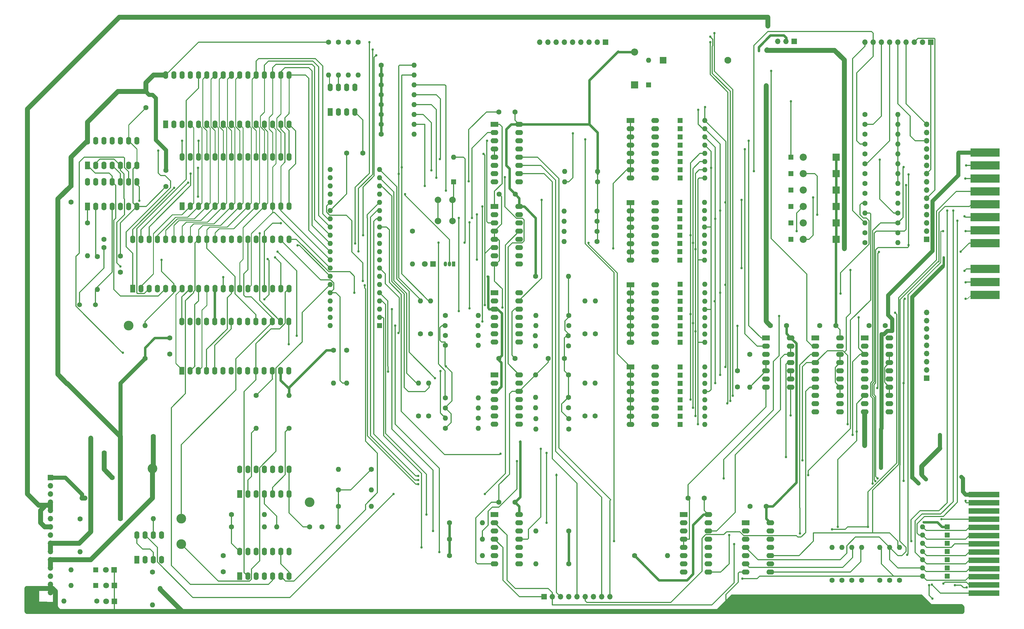
<source format=gtl>
G04 #@! TF.GenerationSoftware,KiCad,Pcbnew,6.0.4-6f826c9f35~116~ubuntu20.04.1*
G04 #@! TF.CreationDate,2022-04-15T20:21:11-04:00*
G04 #@! TF.ProjectId,gp-mpu,67702d6d-7075-42e6-9b69-6361645f7063,rev?*
G04 #@! TF.SameCoordinates,Original*
G04 #@! TF.FileFunction,Copper,L1,Top*
G04 #@! TF.FilePolarity,Positive*
%FSLAX46Y46*%
G04 Gerber Fmt 4.6, Leading zero omitted, Abs format (unit mm)*
G04 Created by KiCad (PCBNEW 6.0.4-6f826c9f35~116~ubuntu20.04.1) date 2022-04-15 20:21:11*
%MOMM*%
%LPD*%
G01*
G04 APERTURE LIST*
G04 #@! TA.AperFunction,ComponentPad*
%ADD10R,1.600000X1.600000*%
G04 #@! TD*
G04 #@! TA.AperFunction,ComponentPad*
%ADD11O,1.600000X1.600000*%
G04 #@! TD*
G04 #@! TA.AperFunction,ComponentPad*
%ADD12C,1.600000*%
G04 #@! TD*
G04 #@! TA.AperFunction,ComponentPad*
%ADD13R,1.600000X2.400000*%
G04 #@! TD*
G04 #@! TA.AperFunction,ComponentPad*
%ADD14O,1.600000X2.400000*%
G04 #@! TD*
G04 #@! TA.AperFunction,ComponentPad*
%ADD15R,1.700000X1.700000*%
G04 #@! TD*
G04 #@! TA.AperFunction,ComponentPad*
%ADD16O,1.700000X1.700000*%
G04 #@! TD*
G04 #@! TA.AperFunction,ComponentPad*
%ADD17C,3.000000*%
G04 #@! TD*
G04 #@! TA.AperFunction,ComponentPad*
%ADD18R,2.200000X2.200000*%
G04 #@! TD*
G04 #@! TA.AperFunction,ComponentPad*
%ADD19O,2.200000X2.200000*%
G04 #@! TD*
G04 #@! TA.AperFunction,ComponentPad*
%ADD20R,1.800000X1.800000*%
G04 #@! TD*
G04 #@! TA.AperFunction,ComponentPad*
%ADD21C,1.800000*%
G04 #@! TD*
G04 #@! TA.AperFunction,ComponentPad*
%ADD22R,2.400000X1.600000*%
G04 #@! TD*
G04 #@! TA.AperFunction,ComponentPad*
%ADD23O,2.400000X1.600000*%
G04 #@! TD*
G04 #@! TA.AperFunction,ComponentPad*
%ADD24C,2.000000*%
G04 #@! TD*
G04 #@! TA.AperFunction,ComponentPad*
%ADD25R,1.050000X1.500000*%
G04 #@! TD*
G04 #@! TA.AperFunction,ComponentPad*
%ADD26O,1.050000X1.500000*%
G04 #@! TD*
G04 #@! TA.AperFunction,ComponentPad*
%ADD27R,2.100000X2.100000*%
G04 #@! TD*
G04 #@! TA.AperFunction,ComponentPad*
%ADD28C,2.100000*%
G04 #@! TD*
G04 #@! TA.AperFunction,ConnectorPad*
%ADD29R,9.525000X1.780000*%
G04 #@! TD*
G04 #@! TA.AperFunction,ConnectorPad*
%ADD30R,9.000000X2.500000*%
G04 #@! TD*
G04 #@! TA.AperFunction,ComponentPad*
%ADD31C,1.500000*%
G04 #@! TD*
G04 #@! TA.AperFunction,ViaPad*
%ADD32C,0.762000*%
G04 #@! TD*
G04 #@! TA.AperFunction,Conductor*
%ADD33C,0.304800*%
G04 #@! TD*
G04 #@! TA.AperFunction,Conductor*
%ADD34C,1.524000*%
G04 #@! TD*
G04 #@! TA.AperFunction,Conductor*
%ADD35C,0.254000*%
G04 #@! TD*
G04 #@! TA.AperFunction,Conductor*
%ADD36C,0.762000*%
G04 #@! TD*
G04 #@! TA.AperFunction,Conductor*
%ADD37C,1.270000*%
G04 #@! TD*
G04 #@! TA.AperFunction,Conductor*
%ADD38C,0.152400*%
G04 #@! TD*
G04 APERTURE END LIST*
D10*
X203200000Y-73710800D03*
D11*
X210820000Y-73710800D03*
D12*
X152345000Y-153665000D03*
X147345000Y-153665000D03*
D13*
X44445000Y-36835000D03*
D14*
X46985000Y-36835000D03*
X49525000Y-36835000D03*
X52065000Y-36835000D03*
X54605000Y-36835000D03*
X57145000Y-36835000D03*
X59685000Y-36835000D03*
X62225000Y-36835000D03*
X64765000Y-36835000D03*
X67305000Y-36835000D03*
X69845000Y-36835000D03*
X72385000Y-36835000D03*
X74925000Y-36835000D03*
X77465000Y-36835000D03*
X80005000Y-36835000D03*
X82545000Y-36835000D03*
X82545000Y-21595000D03*
X80005000Y-21595000D03*
X77465000Y-21595000D03*
X74925000Y-21595000D03*
X72385000Y-21595000D03*
X69845000Y-21595000D03*
X67305000Y-21595000D03*
X64765000Y-21595000D03*
X62225000Y-21595000D03*
X59685000Y-21595000D03*
X57145000Y-21595000D03*
X54605000Y-21595000D03*
X52065000Y-21595000D03*
X49525000Y-21595000D03*
X46985000Y-21595000D03*
X44445000Y-21595000D03*
D10*
X203327000Y-124587000D03*
D11*
X210947000Y-124587000D03*
D12*
X270510000Y-67310000D03*
D11*
X260350000Y-67310000D03*
D12*
X97745000Y-161290000D03*
X92745000Y-161290000D03*
D13*
X67300000Y-176545000D03*
D14*
X69840000Y-176545000D03*
X72380000Y-176545000D03*
X74920000Y-176545000D03*
X77460000Y-176545000D03*
X80000000Y-176545000D03*
X82540000Y-176545000D03*
X82540000Y-168925000D03*
X80000000Y-168925000D03*
X77460000Y-168925000D03*
X74920000Y-168925000D03*
X72380000Y-168925000D03*
X69840000Y-168925000D03*
X67300000Y-168925000D03*
D15*
X279400000Y-115316000D03*
D16*
X279400000Y-112776000D03*
X279400000Y-110236000D03*
X279400000Y-107696000D03*
X279400000Y-105156000D03*
X279400000Y-102616000D03*
X279400000Y-100076000D03*
X279400000Y-97536000D03*
X279400000Y-94996000D03*
D12*
X40635000Y-133350000D03*
D11*
X30475000Y-133350000D03*
D17*
X88895000Y-153670000D03*
D12*
X88895000Y-161290000D03*
D11*
X78735000Y-161290000D03*
D12*
X125715000Y-126995000D03*
D11*
X125715000Y-116835000D03*
D12*
X23368000Y-77724000D03*
D11*
X23368000Y-87884000D03*
D10*
X285750000Y-171450000D03*
D11*
X278130000Y-171450000D03*
D10*
X285750000Y-161290000D03*
D11*
X278130000Y-161290000D03*
D18*
X251460000Y-57150000D03*
D19*
X241300000Y-57150000D03*
D12*
X270510000Y-64262000D03*
D11*
X260350000Y-64262000D03*
D12*
X264922000Y-177800000D03*
D11*
X264922000Y-167640000D03*
D20*
X28656200Y-184353200D03*
D21*
X26116200Y-184353200D03*
D12*
X177698400Y-66852800D03*
D11*
X167538400Y-66852800D03*
D12*
X130860800Y-121412000D03*
D11*
X141020800Y-121412000D03*
D22*
X146035000Y-157475000D03*
D23*
X146035000Y-160015000D03*
X146035000Y-162555000D03*
X146035000Y-165095000D03*
X146035000Y-167635000D03*
X146035000Y-170175000D03*
X146035000Y-172715000D03*
X153655000Y-172715000D03*
X153655000Y-170175000D03*
X153655000Y-167635000D03*
X153655000Y-165095000D03*
X153655000Y-162555000D03*
X153655000Y-160015000D03*
X153655000Y-157475000D03*
D12*
X82545000Y-130810000D03*
D11*
X72385000Y-130810000D03*
D12*
X30475000Y-82550000D03*
X30475000Y-77550000D03*
D10*
X203327000Y-40767000D03*
D11*
X210947000Y-40767000D03*
D22*
X229855000Y-102865000D03*
D23*
X229855000Y-105405000D03*
X229855000Y-107945000D03*
X229855000Y-110485000D03*
X229855000Y-113025000D03*
X229855000Y-115565000D03*
X229855000Y-118105000D03*
X237475000Y-118105000D03*
X237475000Y-115565000D03*
X237475000Y-113025000D03*
X237475000Y-110485000D03*
X237475000Y-107945000D03*
X237475000Y-105405000D03*
X237475000Y-102865000D03*
D22*
X204455000Y-157495000D03*
D23*
X204455000Y-160035000D03*
X204455000Y-162575000D03*
X204455000Y-165115000D03*
X204455000Y-167655000D03*
X204455000Y-170195000D03*
X204455000Y-172735000D03*
X204455000Y-175275000D03*
X212075000Y-175275000D03*
X212075000Y-172735000D03*
X212075000Y-170195000D03*
X212075000Y-167655000D03*
X212075000Y-165115000D03*
X212075000Y-162575000D03*
X212075000Y-160035000D03*
X212075000Y-157495000D03*
D12*
X132080000Y-170180000D03*
D11*
X142240000Y-170180000D03*
D13*
X20310000Y-49545000D03*
D14*
X22850000Y-49545000D03*
X25390000Y-49545000D03*
X27930000Y-49545000D03*
X30470000Y-49545000D03*
X33010000Y-49545000D03*
X35550000Y-49545000D03*
X35550000Y-41925000D03*
X33010000Y-41925000D03*
X30470000Y-41925000D03*
X27930000Y-41925000D03*
X25390000Y-41925000D03*
X22850000Y-41925000D03*
X20310000Y-41925000D03*
D12*
X20315000Y-67310000D03*
D11*
X20315000Y-77470000D03*
D12*
X64765000Y-161290000D03*
D11*
X74925000Y-161290000D03*
D12*
X44577000Y-51094000D03*
X44577000Y-56094000D03*
X110998000Y-33782000D03*
D11*
X121158000Y-33782000D03*
D24*
X128560000Y-66750000D03*
X128560000Y-60250000D03*
X133060000Y-66750000D03*
X133060000Y-60250000D03*
D12*
X120650000Y-69850000D03*
D11*
X120650000Y-80010000D03*
D10*
X203327000Y-96647000D03*
D11*
X210947000Y-96647000D03*
D12*
X130860800Y-130860800D03*
D11*
X141020800Y-130860800D03*
D20*
X28605400Y-179425600D03*
D21*
X26065400Y-179425600D03*
D10*
X285750000Y-176530000D03*
D11*
X278130000Y-176530000D03*
D10*
X203200000Y-78841600D03*
D11*
X210820000Y-78841600D03*
D10*
X203200000Y-63500000D03*
D11*
X210820000Y-63500000D03*
D12*
X210805000Y-152415000D03*
X205805000Y-152415000D03*
D25*
X133350000Y-80010000D03*
D26*
X132080000Y-80010000D03*
X130810000Y-80010000D03*
D10*
X203200000Y-71120000D03*
D11*
X210820000Y-71120000D03*
D10*
X203327000Y-116967000D03*
D11*
X210947000Y-116967000D03*
D12*
X107950000Y-143510000D03*
D11*
X97790000Y-143510000D03*
D12*
X110998000Y-27686000D03*
D11*
X121158000Y-27686000D03*
D10*
X203327000Y-94107000D03*
D11*
X210947000Y-94107000D03*
D10*
X203200000Y-68580000D03*
D11*
X210820000Y-68580000D03*
D17*
X33015000Y-99060000D03*
D15*
X280660000Y-11430000D03*
D16*
X278120000Y-11430000D03*
X275580000Y-11430000D03*
X273040000Y-11430000D03*
X270500000Y-11430000D03*
X267960000Y-11430000D03*
X265420000Y-11430000D03*
X262880000Y-11430000D03*
X260340000Y-11430000D03*
D13*
X49535000Y-62210000D03*
D14*
X52075000Y-62210000D03*
X54615000Y-62210000D03*
X57155000Y-62210000D03*
X59695000Y-62210000D03*
X62235000Y-62210000D03*
X64775000Y-62210000D03*
X67315000Y-62210000D03*
X69855000Y-62210000D03*
X72395000Y-62210000D03*
X74935000Y-62210000D03*
X77475000Y-62210000D03*
X80015000Y-62210000D03*
X82555000Y-62210000D03*
X82555000Y-46970000D03*
X80015000Y-46970000D03*
X77475000Y-46970000D03*
X74935000Y-46970000D03*
X72395000Y-46970000D03*
X69855000Y-46970000D03*
X67315000Y-46970000D03*
X64775000Y-46970000D03*
X62235000Y-46970000D03*
X59695000Y-46970000D03*
X57155000Y-46970000D03*
X54615000Y-46970000D03*
X52075000Y-46970000D03*
X49535000Y-46970000D03*
D10*
X203200000Y-60960000D03*
D11*
X210820000Y-60960000D03*
D10*
X285750000Y-173990000D03*
D11*
X278130000Y-173990000D03*
D12*
X260350000Y-42926000D03*
D11*
X270510000Y-42926000D03*
D12*
X132080000Y-160020000D03*
D11*
X142240000Y-160020000D03*
D27*
X198038914Y-17018000D03*
D28*
X218038914Y-17018000D03*
D12*
X100838000Y-11430000D03*
D11*
X100838000Y-21590000D03*
D12*
X177698400Y-63703200D03*
D11*
X167538400Y-63703200D03*
D12*
X260350000Y-55118000D03*
D11*
X270510000Y-55118000D03*
D20*
X127000000Y-80010000D03*
D21*
X124460000Y-80010000D03*
D10*
X110490000Y-99055000D03*
D11*
X110490000Y-96515000D03*
X110490000Y-93975000D03*
X110490000Y-91435000D03*
X110490000Y-88895000D03*
X110490000Y-86355000D03*
X110490000Y-83815000D03*
X110490000Y-81275000D03*
X110490000Y-78735000D03*
X110490000Y-76195000D03*
X110490000Y-73655000D03*
X110490000Y-71115000D03*
X110490000Y-68575000D03*
X110490000Y-66035000D03*
X110490000Y-63495000D03*
X110490000Y-60955000D03*
X110490000Y-58415000D03*
X110490000Y-55875000D03*
X110490000Y-53335000D03*
X110490000Y-50795000D03*
X95250000Y-50795000D03*
X95250000Y-53335000D03*
X95250000Y-55875000D03*
X95250000Y-58415000D03*
X95250000Y-60955000D03*
X95250000Y-63495000D03*
X95250000Y-66035000D03*
X95250000Y-68575000D03*
X95250000Y-71115000D03*
X95250000Y-73655000D03*
X95250000Y-76195000D03*
X95250000Y-78735000D03*
X95250000Y-81275000D03*
X95250000Y-83815000D03*
X95250000Y-86355000D03*
X95250000Y-88895000D03*
X95250000Y-91435000D03*
X95250000Y-93975000D03*
X95250000Y-96515000D03*
X95250000Y-99055000D03*
D18*
X251460000Y-46990000D03*
D19*
X241300000Y-46990000D03*
D13*
X67300000Y-151145000D03*
D14*
X69840000Y-151145000D03*
X72380000Y-151145000D03*
X74920000Y-151145000D03*
X77460000Y-151145000D03*
X80000000Y-151145000D03*
X82540000Y-151145000D03*
X82540000Y-143525000D03*
X80000000Y-143525000D03*
X77460000Y-143525000D03*
X74920000Y-143525000D03*
X72380000Y-143525000D03*
X69840000Y-143525000D03*
X67300000Y-143525000D03*
D10*
X133350000Y-54610000D03*
D11*
X133350000Y-46990000D03*
D12*
X220980000Y-118070000D03*
X220980000Y-113070000D03*
X130860800Y-124561600D03*
D11*
X141020800Y-124561600D03*
D20*
X28554600Y-174650400D03*
D21*
X26014600Y-174650400D03*
D12*
X168910000Y-99060000D03*
D11*
X158750000Y-99060000D03*
D12*
X130860800Y-105206800D03*
D11*
X141020800Y-105206800D03*
D12*
X260350000Y-52070000D03*
D11*
X270510000Y-52070000D03*
D12*
X168960800Y-131064000D03*
D11*
X158800800Y-131064000D03*
D12*
X110998000Y-24638000D03*
D11*
X121158000Y-24638000D03*
D10*
X203327000Y-43307000D03*
D11*
X210947000Y-43307000D03*
D12*
X168808400Y-102209600D03*
D11*
X158648400Y-102209600D03*
D10*
X203327000Y-88900000D03*
D11*
X210947000Y-88900000D03*
D22*
X260335000Y-102875000D03*
D23*
X260335000Y-105415000D03*
X260335000Y-107955000D03*
X260335000Y-110495000D03*
X260335000Y-113035000D03*
X260335000Y-115575000D03*
X260335000Y-118115000D03*
X260335000Y-120655000D03*
X260335000Y-123195000D03*
X260335000Y-125735000D03*
X267955000Y-125735000D03*
X267955000Y-123195000D03*
X267955000Y-120655000D03*
X267955000Y-118115000D03*
X267955000Y-115575000D03*
X267955000Y-113035000D03*
X267955000Y-110495000D03*
X267955000Y-107955000D03*
X267955000Y-105415000D03*
X267955000Y-102875000D03*
D12*
X97790000Y-149860000D03*
D11*
X107950000Y-149860000D03*
D12*
X18084800Y-158851600D03*
D11*
X18084800Y-169011600D03*
D13*
X20310000Y-62245000D03*
D14*
X22850000Y-62245000D03*
X25390000Y-62245000D03*
X27930000Y-62245000D03*
X30470000Y-62245000D03*
X33010000Y-62245000D03*
X35550000Y-62245000D03*
X35550000Y-54625000D03*
X33010000Y-54625000D03*
X30470000Y-54625000D03*
X27930000Y-54625000D03*
X25390000Y-54625000D03*
X22850000Y-54625000D03*
X20310000Y-54625000D03*
D12*
X168910000Y-172720000D03*
D11*
X158750000Y-172720000D03*
D10*
X203327000Y-35687000D03*
D11*
X210947000Y-35687000D03*
D18*
X251460000Y-52070000D03*
D19*
X241300000Y-52070000D03*
D12*
X130810000Y-102108000D03*
D11*
X140970000Y-102108000D03*
D12*
X110998000Y-36830000D03*
D11*
X121158000Y-36830000D03*
D12*
X15235000Y-55880000D03*
X15235000Y-60880000D03*
D18*
X189230000Y-24638000D03*
D19*
X189230000Y-14478000D03*
D12*
X256286000Y-177800000D03*
D11*
X256286000Y-167640000D03*
D12*
X259334000Y-177800000D03*
D11*
X259334000Y-167640000D03*
D12*
X267970000Y-177800000D03*
D11*
X267970000Y-167640000D03*
D12*
X168910000Y-162560000D03*
D11*
X158750000Y-162560000D03*
D12*
X177800000Y-54610000D03*
D11*
X167640000Y-54610000D03*
D10*
X203327000Y-129667000D03*
D11*
X210947000Y-129667000D03*
D12*
X152360000Y-33020000D03*
X147360000Y-33020000D03*
X38354000Y-26710000D03*
X38354000Y-31710000D03*
X100325000Y-106680000D03*
D11*
X100325000Y-116840000D03*
D12*
X168859200Y-105359200D03*
D11*
X158699200Y-105359200D03*
D12*
X122580400Y-127050800D03*
D11*
X122580400Y-116890800D03*
D10*
X203327000Y-127127000D03*
D11*
X210947000Y-127127000D03*
D15*
X161285000Y-182880000D03*
D16*
X163825000Y-182880000D03*
X166365000Y-182880000D03*
X168905000Y-182880000D03*
X171445000Y-182880000D03*
X173985000Y-182880000D03*
X176525000Y-182880000D03*
X179065000Y-182880000D03*
X181605000Y-182880000D03*
D12*
X260350000Y-70358000D03*
D11*
X270510000Y-70358000D03*
D12*
X96275000Y-106680000D03*
D11*
X96275000Y-116840000D03*
D12*
X168910000Y-95961200D03*
D11*
X158750000Y-95961200D03*
D12*
X30475000Y-138430000D03*
X25475000Y-138430000D03*
D22*
X245095000Y-102875000D03*
D23*
X245095000Y-105415000D03*
X245095000Y-107955000D03*
X245095000Y-110495000D03*
X245095000Y-113035000D03*
X245095000Y-115575000D03*
X245095000Y-118115000D03*
X245095000Y-120655000D03*
X245095000Y-123195000D03*
X245095000Y-125735000D03*
X252715000Y-125735000D03*
X252715000Y-123195000D03*
X252715000Y-120655000D03*
X252715000Y-118115000D03*
X252715000Y-115575000D03*
X252715000Y-113035000D03*
X252715000Y-110495000D03*
X252715000Y-107955000D03*
X252715000Y-105415000D03*
X252715000Y-102875000D03*
D10*
X203200000Y-66040000D03*
D11*
X210820000Y-66040000D03*
D12*
X110998000Y-18542000D03*
D11*
X121158000Y-18542000D03*
D22*
X146035000Y-36845000D03*
D23*
X146035000Y-39385000D03*
X146035000Y-41925000D03*
X146035000Y-44465000D03*
X146035000Y-47005000D03*
X146035000Y-49545000D03*
X146035000Y-52085000D03*
X146035000Y-54625000D03*
X153655000Y-54625000D03*
X153655000Y-52085000D03*
X153655000Y-49545000D03*
X153655000Y-47005000D03*
X153655000Y-44465000D03*
X153655000Y-41925000D03*
X153655000Y-39385000D03*
X153655000Y-36845000D03*
D12*
X100370000Y-45720000D03*
X105370000Y-45720000D03*
D10*
X193548000Y-24638000D03*
D11*
X193548000Y-17018000D03*
D22*
X146035000Y-114295000D03*
D23*
X146035000Y-116835000D03*
X146035000Y-119375000D03*
X146035000Y-121915000D03*
X146035000Y-124455000D03*
X146035000Y-126995000D03*
X146035000Y-129535000D03*
X153655000Y-129535000D03*
X153655000Y-126995000D03*
X153655000Y-124455000D03*
X153655000Y-121915000D03*
X153655000Y-119375000D03*
X153655000Y-116835000D03*
X153655000Y-114295000D03*
D12*
X40386000Y-175260000D03*
D11*
X40386000Y-185420000D03*
D13*
X34290000Y-87635000D03*
D14*
X36830000Y-87635000D03*
X39370000Y-87635000D03*
X41910000Y-87635000D03*
X44450000Y-87635000D03*
X46990000Y-87635000D03*
X49530000Y-87635000D03*
X52070000Y-87635000D03*
X54610000Y-87635000D03*
X57150000Y-87635000D03*
X59690000Y-87635000D03*
X62230000Y-87635000D03*
X64770000Y-87635000D03*
X67310000Y-87635000D03*
X69850000Y-87635000D03*
X72390000Y-87635000D03*
X74930000Y-87635000D03*
X77470000Y-87635000D03*
X80010000Y-87635000D03*
X82550000Y-87635000D03*
X82550000Y-72395000D03*
X80010000Y-72395000D03*
X77470000Y-72395000D03*
X74930000Y-72395000D03*
X72390000Y-72395000D03*
X69850000Y-72395000D03*
X67310000Y-72395000D03*
X64770000Y-72395000D03*
X62230000Y-72395000D03*
X59690000Y-72395000D03*
X57150000Y-72395000D03*
X54610000Y-72395000D03*
X52070000Y-72395000D03*
X49530000Y-72395000D03*
X46990000Y-72395000D03*
X44450000Y-72395000D03*
X41910000Y-72395000D03*
X39370000Y-72395000D03*
X36830000Y-72395000D03*
X34290000Y-72395000D03*
D12*
X25395000Y-74930000D03*
X25395000Y-72430000D03*
D10*
X203327000Y-38227000D03*
D11*
X210947000Y-38227000D03*
D10*
X237490000Y-72390000D03*
D11*
X229870000Y-72390000D03*
D12*
X260350000Y-33782000D03*
D11*
X270510000Y-33782000D03*
D10*
X203327000Y-122047000D03*
D11*
X210947000Y-122047000D03*
D10*
X203327000Y-111887000D03*
D11*
X210947000Y-111887000D03*
D10*
X203327000Y-91567000D03*
D11*
X210947000Y-91567000D03*
D12*
X168960800Y-127863600D03*
D11*
X158800800Y-127863600D03*
D12*
X64765000Y-157480000D03*
D11*
X74925000Y-157480000D03*
D12*
X177647600Y-69951600D03*
D11*
X167487600Y-69951600D03*
D12*
X130810000Y-95961200D03*
D11*
X140970000Y-95961200D03*
D12*
X177800000Y-51460400D03*
D11*
X167640000Y-51460400D03*
D29*
X297130200Y-181827200D03*
X297130200Y-179287200D03*
X297130200Y-176747200D03*
X297168300Y-174258000D03*
X297130200Y-171667200D03*
X297130200Y-169127200D03*
X297130200Y-166587200D03*
X297130200Y-164047200D03*
X297130200Y-161507200D03*
X297130200Y-158967200D03*
X297130200Y-156427200D03*
X297130200Y-153887200D03*
X297142900Y-151321800D03*
D12*
X141020800Y-127711200D03*
D11*
X130860800Y-127711200D03*
D22*
X187960000Y-111887000D03*
D23*
X187960000Y-114427000D03*
X187960000Y-116967000D03*
X187960000Y-119507000D03*
X187960000Y-122047000D03*
X187960000Y-124587000D03*
X187960000Y-127127000D03*
X187960000Y-129667000D03*
X195580000Y-129667000D03*
X195580000Y-127127000D03*
X195580000Y-124587000D03*
X195580000Y-122047000D03*
X195580000Y-119507000D03*
X195580000Y-116967000D03*
X195580000Y-114427000D03*
X195580000Y-111887000D03*
D12*
X250190000Y-177800000D03*
D11*
X250190000Y-167640000D03*
D12*
X260350000Y-49022000D03*
D11*
X270510000Y-49022000D03*
D10*
X203327000Y-50927000D03*
D11*
X210947000Y-50927000D03*
D12*
X168859200Y-124460000D03*
D11*
X158699200Y-124460000D03*
D10*
X22860000Y-179425600D03*
D11*
X15240000Y-179425600D03*
D22*
X146035000Y-88895000D03*
D23*
X146035000Y-91435000D03*
X146035000Y-93975000D03*
X146035000Y-96515000D03*
X146035000Y-99055000D03*
X146035000Y-101595000D03*
X146035000Y-104135000D03*
X153655000Y-104135000D03*
X153655000Y-101595000D03*
X153655000Y-99055000D03*
X153655000Y-96515000D03*
X153655000Y-93975000D03*
X153655000Y-91435000D03*
X153655000Y-88895000D03*
D12*
X110998000Y-39878000D03*
D11*
X121158000Y-39878000D03*
D12*
X173975000Y-126995000D03*
D11*
X173975000Y-116835000D03*
D12*
X110998000Y-21590000D03*
D11*
X121158000Y-21590000D03*
D10*
X22860000Y-174599600D03*
D11*
X15240000Y-174599600D03*
D12*
X251405000Y-99060000D03*
X246405000Y-99060000D03*
D10*
X203327000Y-48387000D03*
D11*
X210947000Y-48387000D03*
D10*
X203327000Y-53467000D03*
D11*
X210947000Y-53467000D03*
D12*
X177088800Y-127050800D03*
D11*
X177088800Y-116890800D03*
D10*
X237490000Y-57150000D03*
D11*
X229870000Y-57150000D03*
D30*
X297475000Y-89564000D03*
X297475000Y-85614000D03*
X297475000Y-81564000D03*
X297475000Y-73564000D03*
X297475000Y-69614000D03*
X297475000Y-65564000D03*
X297475000Y-61614000D03*
X297475000Y-57564000D03*
X297475000Y-53614000D03*
X297475000Y-49564000D03*
X297475000Y-45614000D03*
D10*
X203200000Y-76250800D03*
D11*
X210820000Y-76250800D03*
D12*
X132080000Y-165100000D03*
D11*
X142240000Y-165100000D03*
D31*
X17865000Y-92680000D03*
X22765000Y-92680000D03*
D18*
X251460000Y-72390000D03*
D19*
X241300000Y-72390000D03*
D12*
X173975000Y-101600000D03*
D11*
X173975000Y-91440000D03*
D12*
X30485000Y-158765000D03*
D11*
X40645000Y-158765000D03*
D12*
X260350000Y-39878000D03*
D11*
X270510000Y-39878000D03*
D10*
X203327000Y-119507000D03*
D11*
X210947000Y-119507000D03*
D12*
X126238000Y-101600000D03*
D11*
X126238000Y-91440000D03*
D10*
X237490000Y-52070000D03*
D11*
X229870000Y-52070000D03*
D12*
X158735000Y-83820000D03*
D11*
X168895000Y-83820000D03*
D12*
X260350000Y-36830000D03*
D11*
X270510000Y-36830000D03*
D10*
X285750000Y-168910000D03*
D11*
X278130000Y-168910000D03*
D10*
X237490000Y-67310000D03*
D11*
X229870000Y-67310000D03*
D12*
X123175000Y-101600000D03*
D11*
X123175000Y-91440000D03*
D22*
X187960000Y-61087000D03*
D23*
X187960000Y-63627000D03*
X187960000Y-66167000D03*
X187960000Y-68707000D03*
X187960000Y-71247000D03*
X187960000Y-73787000D03*
X187960000Y-76327000D03*
X187960000Y-78867000D03*
X195580000Y-78867000D03*
X195580000Y-76327000D03*
X195580000Y-73787000D03*
X195580000Y-71247000D03*
X195580000Y-68707000D03*
X195580000Y-66167000D03*
X195580000Y-63627000D03*
X195580000Y-61087000D03*
D12*
X97795000Y-11430000D03*
D11*
X97795000Y-21590000D03*
D13*
X35565000Y-171465000D03*
D14*
X38105000Y-171465000D03*
X40645000Y-171465000D03*
X43185000Y-171465000D03*
X43185000Y-163845000D03*
X40645000Y-163845000D03*
X38105000Y-163845000D03*
X35565000Y-163845000D03*
D22*
X187960000Y-86487000D03*
D23*
X187960000Y-89027000D03*
X187960000Y-91567000D03*
X187960000Y-94107000D03*
X187960000Y-96647000D03*
X187960000Y-99187000D03*
X187960000Y-101727000D03*
X187960000Y-104267000D03*
X195580000Y-104267000D03*
X195580000Y-101727000D03*
X195580000Y-99187000D03*
X195580000Y-96647000D03*
X195580000Y-94107000D03*
X195580000Y-91567000D03*
X195580000Y-89027000D03*
X195580000Y-86487000D03*
D12*
X260350000Y-73406000D03*
D11*
X270510000Y-73406000D03*
D12*
X94742000Y-11430000D03*
D11*
X94742000Y-21590000D03*
D12*
X38095000Y-109220000D03*
D11*
X38095000Y-99060000D03*
D17*
X49276000Y-158750000D03*
D13*
X95255000Y-33035000D03*
D14*
X97795000Y-33035000D03*
X100335000Y-33035000D03*
X102875000Y-33035000D03*
X102875000Y-25415000D03*
X100335000Y-25415000D03*
X97795000Y-25415000D03*
X95255000Y-25415000D03*
D12*
X62225000Y-170180000D03*
X62225000Y-175180000D03*
D10*
X203327000Y-104267000D03*
D11*
X210947000Y-104267000D03*
D15*
X8885000Y-146055000D03*
D16*
X8885000Y-148595000D03*
X8885000Y-151135000D03*
X8885000Y-153675000D03*
X8885000Y-156215000D03*
X8885000Y-158755000D03*
X8885000Y-161295000D03*
X8885000Y-163835000D03*
X8885000Y-166375000D03*
X8885000Y-168915000D03*
X8885000Y-171455000D03*
X8885000Y-173995000D03*
X8885000Y-176535000D03*
X8885000Y-179075000D03*
X8885000Y-181615000D03*
D10*
X203327000Y-114427000D03*
D11*
X210947000Y-114427000D03*
D12*
X177647600Y-73101200D03*
D11*
X167487600Y-73101200D03*
D12*
X103886000Y-11430000D03*
D11*
X103886000Y-21590000D03*
D12*
X167625000Y-109215000D03*
X162625000Y-109215000D03*
D22*
X187960000Y-35687000D03*
D23*
X187960000Y-38227000D03*
X187960000Y-40767000D03*
X187960000Y-43307000D03*
X187960000Y-45847000D03*
X187960000Y-48387000D03*
X187960000Y-50927000D03*
X187960000Y-53467000D03*
X195580000Y-53467000D03*
X195580000Y-50927000D03*
X195580000Y-48387000D03*
X195580000Y-45847000D03*
X195580000Y-43307000D03*
X195580000Y-40767000D03*
X195580000Y-38227000D03*
X195580000Y-35687000D03*
D10*
X30475000Y-146050000D03*
D12*
X27975000Y-146050000D03*
X177139600Y-101600000D03*
D11*
X177139600Y-91440000D03*
D12*
X72385000Y-120650000D03*
D11*
X82545000Y-120650000D03*
D22*
X146035000Y-62245000D03*
D23*
X146035000Y-64785000D03*
X146035000Y-67325000D03*
X146035000Y-69865000D03*
X146035000Y-72405000D03*
X146035000Y-74945000D03*
X146035000Y-77485000D03*
X146035000Y-80025000D03*
X153655000Y-80025000D03*
X153655000Y-77485000D03*
X153655000Y-74945000D03*
X153655000Y-72405000D03*
X153655000Y-69865000D03*
X153655000Y-67325000D03*
X153655000Y-64785000D03*
X153655000Y-62245000D03*
D12*
X260350000Y-45974000D03*
D11*
X270510000Y-45974000D03*
D10*
X237490000Y-46990000D03*
D11*
X229870000Y-46990000D03*
D12*
X97790000Y-154940000D03*
D11*
X107950000Y-154940000D03*
D15*
X279400000Y-72385000D03*
D16*
X279400000Y-69845000D03*
X279400000Y-67305000D03*
X279400000Y-64765000D03*
X279400000Y-62225000D03*
X279400000Y-59685000D03*
X279400000Y-57145000D03*
X279400000Y-54605000D03*
X279400000Y-52065000D03*
X279400000Y-49525000D03*
X279400000Y-46985000D03*
X279400000Y-44445000D03*
X279400000Y-41905000D03*
X279400000Y-39365000D03*
X279400000Y-36825000D03*
D15*
X238506000Y-11176000D03*
D16*
X235966000Y-11176000D03*
X233426000Y-11176000D03*
D12*
X168895000Y-114295000D03*
D11*
X158735000Y-114295000D03*
D13*
X49510000Y-113035000D03*
D14*
X52050000Y-113035000D03*
X54590000Y-113035000D03*
X57130000Y-113035000D03*
X59670000Y-113035000D03*
X62210000Y-113035000D03*
X64750000Y-113035000D03*
X67290000Y-113035000D03*
X69830000Y-113035000D03*
X72370000Y-113035000D03*
X74910000Y-113035000D03*
X77450000Y-113035000D03*
X79990000Y-113035000D03*
X82530000Y-113035000D03*
X82530000Y-97795000D03*
X79990000Y-97795000D03*
X77450000Y-97795000D03*
X74910000Y-97795000D03*
X72370000Y-97795000D03*
X69830000Y-97795000D03*
X67290000Y-97795000D03*
X64750000Y-97795000D03*
X62210000Y-97795000D03*
X59670000Y-97795000D03*
X57130000Y-97795000D03*
X54590000Y-97795000D03*
X52050000Y-97795000D03*
X49510000Y-97795000D03*
D12*
X266645000Y-99065000D03*
X261645000Y-99065000D03*
X23266400Y-184302400D03*
D11*
X13106400Y-184302400D03*
D12*
X110998000Y-30734000D03*
D11*
X121158000Y-30734000D03*
D17*
X40386000Y-143256000D03*
D10*
X285750000Y-166370000D03*
D11*
X278130000Y-166370000D03*
D18*
X251460000Y-67310000D03*
D19*
X241300000Y-67310000D03*
D12*
X229870000Y-154940000D03*
X224870000Y-154940000D03*
X147345000Y-109220000D03*
X152345000Y-109220000D03*
D10*
X203327000Y-99187000D03*
D11*
X210947000Y-99187000D03*
D10*
X203327000Y-101727000D03*
D11*
X210947000Y-101727000D03*
D18*
X251460000Y-62230000D03*
D19*
X241300000Y-62230000D03*
D12*
X271018000Y-177800000D03*
D11*
X271018000Y-167640000D03*
D12*
X168859200Y-121259600D03*
D11*
X158699200Y-121259600D03*
D12*
X253238000Y-177800000D03*
D11*
X253238000Y-167640000D03*
D10*
X203327000Y-45847000D03*
D11*
X210947000Y-45847000D03*
D12*
X130795000Y-99060000D03*
D11*
X140955000Y-99060000D03*
D10*
X237490000Y-62230000D03*
D11*
X229870000Y-62230000D03*
D12*
X224790000Y-107950000D03*
D11*
X224790000Y-118110000D03*
D10*
X285750000Y-163830000D03*
D11*
X278130000Y-163830000D03*
D12*
X236165000Y-99055000D03*
X231165000Y-99055000D03*
D22*
X223520000Y-160020000D03*
D23*
X223520000Y-162560000D03*
X223520000Y-165100000D03*
X223520000Y-167640000D03*
X223520000Y-170180000D03*
X223520000Y-172720000D03*
X223520000Y-175260000D03*
X231140000Y-175260000D03*
X231140000Y-172720000D03*
X231140000Y-170180000D03*
X231140000Y-167640000D03*
X231140000Y-165100000D03*
X231140000Y-162560000D03*
X231140000Y-160020000D03*
D12*
X152400000Y-58420000D03*
X147400000Y-58420000D03*
D15*
X180325000Y-11430000D03*
D16*
X177785000Y-11430000D03*
X175245000Y-11430000D03*
X172705000Y-11430000D03*
X170165000Y-11430000D03*
X167625000Y-11430000D03*
X165085000Y-11430000D03*
X162545000Y-11430000D03*
X160005000Y-11430000D03*
D12*
X260350000Y-61214000D03*
D11*
X270510000Y-61214000D03*
D12*
X260350000Y-58166000D03*
D11*
X270510000Y-58166000D03*
D10*
X203327000Y-86309200D03*
D11*
X210947000Y-86309200D03*
D17*
X49276000Y-166624000D03*
D12*
X189230000Y-170195000D03*
D11*
X199390000Y-170195000D03*
D12*
X45715000Y-102910000D03*
X45715000Y-107910000D03*
D32*
X220980000Y-99212400D03*
X229870000Y-25654000D03*
X138049000Y-54483000D03*
X42819400Y-180345000D03*
X229870000Y-27940000D03*
X148463000Y-93472000D03*
X229768400Y-24790400D03*
X260335000Y-136209800D03*
X1630600Y-180345000D03*
X229870000Y-27178000D03*
X229870000Y-26416000D03*
X278536400Y-159841720D03*
X80010000Y-67437000D03*
X143891000Y-83947000D03*
X149621000Y-49545000D03*
X153873200Y-135077200D03*
X131013200Y-111709200D03*
X237490000Y-29718000D03*
X264922000Y-47778489D03*
X170180000Y-39624000D03*
X216763600Y-146354800D03*
X252882400Y-89204800D03*
X284581600Y-178816000D03*
X245618000Y-64770000D03*
X233883200Y-96164400D03*
X273050000Y-55626000D03*
X281076400Y-179222400D03*
X263601200Y-147167600D03*
X273812000Y-74168000D03*
X239268000Y-69850000D03*
X291358000Y-53614000D03*
X291782200Y-180035200D03*
X264261600Y-146304000D03*
X273812000Y-52324000D03*
X288188400Y-179324000D03*
X114808000Y-151130000D03*
X272288000Y-50038000D03*
X291626000Y-49564000D03*
X262737600Y-147980400D03*
X281228800Y-183540400D03*
X280162000Y-179374800D03*
X143002000Y-151130000D03*
X291084000Y-65278000D03*
X244348000Y-59436000D03*
X288925000Y-66675000D03*
X291465000Y-69850000D03*
X222504000Y-177292000D03*
X284480000Y-69850000D03*
X273456400Y-169926000D03*
X287655000Y-63500000D03*
X274650200Y-165735000D03*
X285750000Y-63500000D03*
X261328267Y-161290000D03*
X269697200Y-95148400D03*
X250190000Y-162052000D03*
X211023200Y-31546800D03*
X217297000Y-111887000D03*
X128727680Y-73456320D03*
X136728680Y-73456320D03*
X217297000Y-86487000D03*
X217297000Y-60960000D03*
X214122000Y-66040000D03*
X213995000Y-91567000D03*
X214122000Y-116840000D03*
X206502000Y-95504000D03*
X206502000Y-121920000D03*
X206502000Y-71120000D03*
X208026000Y-127000000D03*
X226060000Y-51308000D03*
X208026000Y-100838000D03*
X208026000Y-75438000D03*
X208915000Y-32385000D03*
X215646000Y-63500000D03*
X215646000Y-88900000D03*
X215646000Y-114300000D03*
X129336800Y-113131600D03*
X212852000Y-50292000D03*
X207264000Y-73500000D03*
X207264000Y-124460000D03*
X207264000Y-98298000D03*
X208788000Y-129540000D03*
X290576000Y-147828000D03*
X19304000Y-152781000D03*
X290068000Y-145796000D03*
X265493011Y-130848589D03*
X18542000Y-151130000D03*
X19304000Y-152019000D03*
X18542000Y-151892000D03*
X18542000Y-152654000D03*
X290576000Y-147066000D03*
X265328178Y-143052889D03*
X290576000Y-146354800D03*
X230378000Y-6858000D03*
X284226000Y-80822800D03*
X230378000Y-5334000D03*
X230886000Y-13970000D03*
X276606000Y-147574000D03*
X231648000Y-13970000D03*
X284734000Y-80264000D03*
X254000000Y-75285600D03*
X275590000Y-146558000D03*
X230378000Y-6096000D03*
X274980400Y-146100800D03*
X284683200Y-78028800D03*
X284734000Y-78740000D03*
X233172000Y-13970000D03*
X233934000Y-13970000D03*
X232410000Y-13970000D03*
X230174800Y-13817600D03*
X284734000Y-79502000D03*
X276098000Y-147066000D03*
X278892000Y-146304000D03*
X278384000Y-145796000D03*
X283464000Y-135382000D03*
X283464000Y-133858000D03*
X277876000Y-145288000D03*
X283464000Y-134620000D03*
X283464000Y-136144000D03*
X21336000Y-133858000D03*
X283464000Y-133096000D03*
X283464000Y-137058400D03*
X277622000Y-144526000D03*
X291084000Y-82169000D03*
X152908000Y-140970000D03*
X255905000Y-81915000D03*
X255016000Y-129540000D03*
X241046000Y-140716000D03*
X240284000Y-163322000D03*
X258445000Y-96520000D03*
X256540000Y-132842000D03*
X219964000Y-166624000D03*
X291465000Y-85725000D03*
X291465000Y-153289000D03*
X242874800Y-145288000D03*
X165100000Y-145288000D03*
X291465000Y-90805000D03*
X283972000Y-158967200D03*
X272669000Y-90805000D03*
X272288000Y-147066000D03*
X272288000Y-116840000D03*
X264668000Y-76301600D03*
X289915600Y-76200000D03*
X257810000Y-131826000D03*
X251968000Y-161290000D03*
X264160000Y-118364000D03*
X140573000Y-78724000D03*
X222250000Y-60198000D03*
X222250000Y-81280000D03*
X140573000Y-64754000D03*
X212598000Y-11430000D03*
X217881200Y-123139200D03*
X218821000Y-122351800D03*
X212598000Y-9804400D03*
X219532200Y-120726200D03*
X213868000Y-8636000D03*
X231444800Y-20320000D03*
X105410000Y-71120000D03*
X109524800Y-15494000D03*
X104038400Y-76149200D03*
X108407200Y-13766800D03*
X103022400Y-73660000D03*
X107391200Y-11430000D03*
X182880000Y-165735000D03*
X173990000Y-41529000D03*
X118364000Y-58420000D03*
X43180000Y-78740000D03*
X82530000Y-104882000D03*
X31242000Y-107442000D03*
X124460000Y-55880000D03*
X128016000Y-53340000D03*
X127635000Y-115316000D03*
X126492000Y-51054000D03*
X129159000Y-47625000D03*
X149225000Y-53213000D03*
X117335789Y-50177211D03*
X116459000Y-52197000D03*
X160528000Y-60198000D03*
X130970689Y-57310689D03*
X105316689Y-85250689D03*
X113157000Y-113284000D03*
X102768400Y-88900000D03*
X54483000Y-50292000D03*
X54483000Y-59182000D03*
X182626000Y-75184000D03*
X175006000Y-73533000D03*
X73494320Y-70523680D03*
X75946000Y-78486000D03*
X74930000Y-90932000D03*
X116332000Y-101346000D03*
X36322000Y-60452000D03*
X85191600Y-74320400D03*
X62230000Y-84074000D03*
X78994000Y-76200000D03*
X84950800Y-102235000D03*
X42164000Y-44958000D03*
X52197000Y-52070000D03*
X78232000Y-77978000D03*
X30480000Y-80772000D03*
X51422800Y-54864000D03*
X47117000Y-56515000D03*
X237475000Y-126832600D03*
X160274000Y-137160000D03*
X235970680Y-139695320D03*
X105918000Y-86614000D03*
X115316000Y-99060000D03*
X128938680Y-169070680D03*
X123444000Y-167640000D03*
X114300000Y-93980000D03*
X127005000Y-162555000D03*
X124973000Y-157475000D03*
X147828000Y-138684000D03*
X162052000Y-160020000D03*
X162052000Y-138430000D03*
X122428000Y-145542000D03*
X122428000Y-146812000D03*
X122428000Y-148082000D03*
X142621000Y-45974000D03*
X143002000Y-92710000D03*
X138303000Y-93726000D03*
X143749000Y-41925000D03*
X138303000Y-67183000D03*
X135001000Y-94602800D03*
X139065000Y-65786000D03*
X135001000Y-65786000D03*
X142240000Y-97790000D03*
X142255000Y-62245000D03*
X223266000Y-44577000D03*
X224521000Y-41925000D03*
X218440000Y-163830000D03*
X227584000Y-14173200D03*
X54610000Y-41910000D03*
X49530000Y-41910000D03*
D33*
X80000000Y-176545000D02*
X81504320Y-178049320D01*
X81504320Y-178049320D02*
X84078680Y-178049320D01*
X109880400Y-138531600D02*
X106172000Y-134823200D01*
X105918000Y-87503000D02*
X105918000Y-86614000D01*
X84078680Y-178049320D02*
X106172000Y-155956000D01*
X106172000Y-155956000D02*
X106172000Y-154432000D01*
X106172000Y-154432000D02*
X109880400Y-150723600D01*
X109880400Y-150723600D02*
X109880400Y-138531600D01*
X106172000Y-134823200D02*
X106172000Y-87757000D01*
X106172000Y-87757000D02*
X105918000Y-87503000D01*
X39370000Y-72395000D02*
X39370000Y-68580000D01*
X39370000Y-68580000D02*
X52197000Y-55753000D01*
X52197000Y-55753000D02*
X52197000Y-52324000D01*
X110490000Y-81275000D02*
X112268000Y-83053000D01*
X112268000Y-83053000D02*
X112268000Y-86106000D01*
X112268000Y-86106000D02*
X116586000Y-90424000D01*
X116586000Y-90424000D02*
X116586000Y-101092000D01*
X116586000Y-101092000D02*
X116332000Y-101346000D01*
X85620104Y-105133896D02*
X86611500Y-104142500D01*
X49276000Y-166624000D02*
X60701311Y-178049311D01*
X85598000Y-105133896D02*
X85620104Y-105133896D01*
X78554320Y-112177576D02*
X85598000Y-105133896D01*
X73484320Y-171853784D02*
X73484320Y-142998936D01*
X86611500Y-104142500D02*
X86611500Y-94993500D01*
X70944320Y-177467680D02*
X70944320Y-174393784D01*
X70362689Y-178049311D02*
X70944320Y-177467680D01*
X70944320Y-174393784D02*
X73484320Y-171853784D01*
X78554320Y-137928936D02*
X78554320Y-112177576D01*
X73484320Y-142998936D02*
X78554320Y-137928936D01*
X60701311Y-178049311D02*
X70362689Y-178049311D01*
X95250000Y-86355000D02*
X86611500Y-94993500D01*
X113030000Y-111633000D02*
X113157000Y-111760000D01*
X113157000Y-111760000D02*
X113157000Y-113284000D01*
X113030000Y-111633000D02*
X113030000Y-91435000D01*
X132080000Y-80010000D02*
X132080000Y-72517000D01*
X132080000Y-72517000D02*
X118364000Y-58801000D01*
X118364000Y-58801000D02*
X118364000Y-58420000D01*
X187960000Y-111887000D02*
X183896000Y-107823000D01*
X183896000Y-107823000D02*
X183896000Y-82804000D01*
X183896000Y-82804000D02*
X175006000Y-73914000D01*
X175006000Y-73914000D02*
X175006000Y-73533000D01*
X213411280Y-12521720D02*
X213411280Y-10541000D01*
X213245211Y-12687789D02*
X213411280Y-12521720D01*
X213411280Y-10541000D02*
X213321891Y-10451611D01*
X213321891Y-10451611D02*
X213245211Y-10451611D01*
X213245211Y-21068811D02*
X213245211Y-12687789D01*
X239661211Y-164477211D02*
X240652789Y-164477211D01*
X239179680Y-163995680D02*
X239661211Y-164477211D01*
X221742000Y-162814000D02*
X222923680Y-163995680D01*
X222923680Y-163995680D02*
X239179680Y-163995680D01*
X216812680Y-163679320D02*
X217678000Y-162814000D01*
X211224680Y-163679320D02*
X216812680Y-163679320D01*
X173985000Y-182880000D02*
X173985000Y-184145000D01*
X210058000Y-164846000D02*
X211224680Y-163679320D01*
X217678000Y-162814000D02*
X221742000Y-162814000D01*
X210058000Y-175006000D02*
X210058000Y-164846000D01*
X174498000Y-184658000D02*
X200406000Y-184658000D01*
X173985000Y-184145000D02*
X174498000Y-184658000D01*
X200406000Y-184658000D02*
X210058000Y-175006000D01*
X240652789Y-164477211D02*
X242062000Y-163068000D01*
X242062000Y-163068000D02*
X242062000Y-119380000D01*
X242062000Y-119380000D02*
X243332000Y-118110000D01*
X243332000Y-118110000D02*
X243337000Y-118115000D01*
X243337000Y-118115000D02*
X245095000Y-118115000D01*
X245095000Y-107955000D02*
X243590200Y-107955000D01*
X243590200Y-107955000D02*
X240232720Y-111312480D01*
X240232720Y-111312480D02*
X240232720Y-155396720D01*
X240232720Y-155396720D02*
X240284000Y-155448000D01*
X240284000Y-155448000D02*
X240284000Y-163322000D01*
X291084000Y-82169000D02*
X291689000Y-81564000D01*
X291689000Y-81564000D02*
X293275000Y-81564000D01*
X291628800Y-153887200D02*
X291465000Y-153723400D01*
X291465000Y-153723400D02*
X291465000Y-153289000D01*
X272415000Y-116713000D02*
X272415000Y-91059000D01*
X272415000Y-91059000D02*
X272669000Y-90805000D01*
X264363200Y-76758800D02*
X264668000Y-76454000D01*
X264668000Y-76454000D02*
X264668000Y-76301600D01*
X264363200Y-118364000D02*
X264363200Y-76758800D01*
X264261600Y-146304000D02*
X263702800Y-145745200D01*
X263702800Y-116789200D02*
X263702800Y-75641200D01*
X263702800Y-145745200D02*
X263702800Y-120954800D01*
X263702800Y-120954800D02*
X263144000Y-120396000D01*
X263144000Y-120396000D02*
X263144000Y-117348000D01*
X263144000Y-117348000D02*
X263702800Y-116789200D01*
X263702800Y-75641200D02*
X264414000Y-74930000D01*
X264414000Y-74930000D02*
X273558000Y-74930000D01*
X273558000Y-74930000D02*
X273812000Y-74676000D01*
X273812000Y-74676000D02*
X273812000Y-74168000D01*
X263601200Y-147167600D02*
X263245600Y-146812000D01*
X273050000Y-69342000D02*
X273050000Y-55626000D01*
X263245600Y-146812000D02*
X263245600Y-121259600D01*
X263906000Y-69850000D02*
X272542000Y-69850000D01*
X263245600Y-121259600D02*
X262636000Y-120650000D01*
X262636000Y-117094000D02*
X263245600Y-116484400D01*
X262636000Y-120650000D02*
X262636000Y-117094000D01*
X272542000Y-69850000D02*
X273050000Y-69342000D01*
X263245600Y-116484400D02*
X263245600Y-70510400D01*
X263245600Y-70510400D02*
X263906000Y-69850000D01*
X262737600Y-147980400D02*
X262749311Y-147968689D01*
X262749311Y-116218689D02*
X262749311Y-69736689D01*
X262749311Y-147968689D02*
X262749311Y-121525311D01*
X262749311Y-121525311D02*
X262128000Y-120904000D01*
X262128000Y-120904000D02*
X262128000Y-116840000D01*
X262128000Y-116840000D02*
X262749311Y-116218689D01*
X262749311Y-69736689D02*
X265176000Y-67310000D01*
X265176000Y-67310000D02*
X270510000Y-67310000D01*
X242874800Y-145288000D02*
X242874800Y-143967200D01*
X144267000Y-93975000D02*
X144018000Y-93726000D01*
X144018000Y-93726000D02*
X144018000Y-93599000D01*
X269240000Y-176530000D02*
X227838000Y-176530000D01*
X227838000Y-176530000D02*
X227076000Y-177292000D01*
X227076000Y-177292000D02*
X222504000Y-177292000D01*
X224790000Y-118110000D02*
X229855000Y-113045000D01*
X229855000Y-113025000D02*
X229855000Y-110485000D01*
X229855000Y-113045000D02*
X229855000Y-113025000D01*
D34*
X8885000Y-180345000D02*
X8885000Y-179075000D01*
X11633200Y-187502800D02*
X1727200Y-187502800D01*
D33*
X28656200Y-187294600D02*
X28448000Y-187502800D01*
X82555000Y-62210000D02*
X82555000Y-51049000D01*
X266450680Y-111999320D02*
X266450680Y-116610680D01*
X138049000Y-54483000D02*
X138049000Y-38481000D01*
X146035000Y-69865000D02*
X146035000Y-72405000D01*
X206233000Y-152843000D02*
X205805000Y-152415000D01*
X251210680Y-111999320D02*
X251210680Y-116610680D01*
X162625000Y-109215000D02*
X162625000Y-110405000D01*
X82540000Y-151145000D02*
X82540000Y-143525000D01*
D34*
X229870000Y-72390000D02*
X229870000Y-97760000D01*
X229870000Y-57150000D02*
X229870000Y-52070000D01*
D33*
X229855000Y-124221000D02*
X229855000Y-118105000D01*
D34*
X9606200Y-180345000D02*
X10464800Y-181203600D01*
D33*
X146035000Y-172715000D02*
X140711000Y-172715000D01*
X267955000Y-110495000D02*
X266450680Y-111999320D01*
X204455000Y-165115000D02*
X206233000Y-165115000D01*
X34445680Y-61140680D02*
X35550000Y-62245000D01*
X143510000Y-33020000D02*
X147360000Y-33020000D01*
X147138640Y-72405000D02*
X146035000Y-72405000D01*
X146035000Y-85329000D02*
X148463000Y-87757000D01*
D34*
X49682400Y-187502800D02*
X290372800Y-187502800D01*
D33*
X82555000Y-51049000D02*
X84582000Y-49022000D01*
X229768400Y-24790400D02*
X229870000Y-24892000D01*
D34*
X1630600Y-187406200D02*
X1630600Y-180345000D01*
D33*
X205805000Y-148271000D02*
X229855000Y-124221000D01*
X80000000Y-172710000D02*
X80000000Y-168925000D01*
D34*
X290372800Y-186232800D02*
X290118800Y-185978800D01*
D33*
X140208000Y-172212000D02*
X140208000Y-158496000D01*
D34*
X1727200Y-187502800D02*
X1630600Y-187406200D01*
X8885000Y-181615000D02*
X8885000Y-180345000D01*
D33*
X206233000Y-165115000D02*
X206233000Y-152843000D01*
X86868000Y-161290000D02*
X82540000Y-156962000D01*
X151379800Y-94797000D02*
X152247600Y-93929200D01*
X267955000Y-107955000D02*
X267955000Y-110495000D01*
X146543000Y-80025000D02*
X147539320Y-79028680D01*
X82540000Y-175250000D02*
X80000000Y-172710000D01*
X145039000Y-153665000D02*
X147345000Y-153665000D01*
X38426000Y-62245000D02*
X44577000Y-56094000D01*
D34*
X229870000Y-72390000D02*
X229870000Y-67310000D01*
D33*
X30475000Y-77550000D02*
X30475000Y-67320000D01*
D34*
X229870000Y-67310000D02*
X229870000Y-62230000D01*
D35*
X33010000Y-37054000D02*
X38354000Y-31710000D01*
D33*
X158735000Y-114295000D02*
X153655000Y-119375000D01*
X82540000Y-176545000D02*
X82540000Y-175250000D01*
X150622000Y-145034000D02*
X150622000Y-120142000D01*
X266450680Y-116610680D02*
X267955000Y-118115000D01*
X205805000Y-152415000D02*
X205805000Y-148271000D01*
X147345000Y-148311000D02*
X150622000Y-145034000D01*
X221234000Y-178409600D02*
X221234000Y-175615600D01*
D34*
X42819400Y-180345000D02*
X42819400Y-180639800D01*
D33*
X105370000Y-35530000D02*
X102875000Y-33035000D01*
D34*
X8885000Y-180345000D02*
X1630600Y-180345000D01*
D33*
X221234000Y-175615600D02*
X221589600Y-175260000D01*
X140208000Y-158496000D02*
X145039000Y-153665000D01*
X148463000Y-87757000D02*
X148463000Y-93472000D01*
D34*
X229870000Y-24892000D02*
X229870000Y-46990000D01*
D33*
X147539320Y-79028680D02*
X147539320Y-72805680D01*
X267955000Y-118115000D02*
X267955000Y-120655000D01*
X150622000Y-120142000D02*
X151389000Y-119375000D01*
D35*
X35550000Y-44465000D02*
X33010000Y-41925000D01*
D34*
X25475000Y-143550000D02*
X27975000Y-146050000D01*
D33*
X221589600Y-175260000D02*
X223520000Y-175260000D01*
X220980000Y-113070000D02*
X220980000Y-99212400D01*
X138049000Y-38481000D02*
X143510000Y-33020000D01*
X153609200Y-93929200D02*
X153655000Y-93975000D01*
D34*
X10464800Y-186334400D02*
X11633200Y-187502800D01*
D33*
X84582000Y-49022000D02*
X84582000Y-38872000D01*
D35*
X33010000Y-41925000D02*
X33010000Y-37054000D01*
D33*
X204455000Y-165115000D02*
X204455000Y-167655000D01*
X148209000Y-67691000D02*
X146035000Y-69865000D01*
X30475000Y-67320000D02*
X35550000Y-62245000D01*
D34*
X229870000Y-62230000D02*
X229870000Y-57150000D01*
D33*
X28656200Y-184353200D02*
X28656200Y-179476400D01*
X252715000Y-110495000D02*
X251210680Y-111999320D01*
X251210680Y-116610680D02*
X252715000Y-118115000D01*
X140711000Y-172715000D02*
X140208000Y-172212000D01*
X34445680Y-50649320D02*
X34445680Y-61140680D01*
D34*
X229870000Y-52070000D02*
X229870000Y-46990000D01*
D33*
X64750000Y-100096000D02*
X64750000Y-97795000D01*
X28605400Y-179425600D02*
X28605400Y-174701200D01*
X229870000Y-97760000D02*
X230139000Y-98029000D01*
X148209000Y-59229000D02*
X148209000Y-67691000D01*
X147345000Y-153665000D02*
X147345000Y-148311000D01*
X152345000Y-109220000D02*
X151379800Y-108254800D01*
X151379800Y-108254800D02*
X151379800Y-94797000D01*
X35550000Y-49545000D02*
X34445680Y-50649320D01*
X146035000Y-80025000D02*
X146035000Y-85329000D01*
X152247600Y-93929200D02*
X153609200Y-93929200D01*
X28656200Y-184353200D02*
X28656200Y-187294600D01*
D34*
X260335000Y-136209800D02*
X260335000Y-125735000D01*
X8885000Y-180345000D02*
X9606200Y-180345000D01*
D33*
X82540000Y-156962000D02*
X82540000Y-151145000D01*
X28605400Y-174701200D02*
X28554600Y-174650400D01*
X28656200Y-179476400D02*
X28605400Y-179425600D01*
X59670000Y-105176000D02*
X64750000Y-100096000D01*
D34*
X42819400Y-180639800D02*
X49682400Y-187502800D01*
D33*
X105370000Y-45720000D02*
X105370000Y-35530000D01*
D35*
X35550000Y-49545000D02*
X35550000Y-44465000D01*
D34*
X290118800Y-185978800D02*
X217424000Y-185978800D01*
X10464800Y-181203600D02*
X10464800Y-186334400D01*
D33*
X252715000Y-118115000D02*
X252715000Y-120655000D01*
X217424000Y-185978800D02*
X217424000Y-182219600D01*
X59670000Y-113035000D02*
X59670000Y-105176000D01*
D34*
X49682400Y-187502800D02*
X28448000Y-187502800D01*
D33*
X35550000Y-62245000D02*
X38426000Y-62245000D01*
D34*
X290372800Y-187502800D02*
X290372800Y-186232800D01*
X230139000Y-98029000D02*
X231165000Y-99055000D01*
D33*
X147539320Y-72805680D02*
X147138640Y-72405000D01*
X147400000Y-58420000D02*
X148209000Y-59229000D01*
X252715000Y-110495000D02*
X252715000Y-107955000D01*
D34*
X28448000Y-187502800D02*
X11633200Y-187502800D01*
D33*
X162625000Y-110405000D02*
X158735000Y-114295000D01*
X151389000Y-119375000D02*
X153655000Y-119375000D01*
X146035000Y-80025000D02*
X146543000Y-80025000D01*
X217424000Y-182219600D02*
X221234000Y-178409600D01*
D34*
X25475000Y-138430000D02*
X25475000Y-143550000D01*
D33*
X84582000Y-38872000D02*
X82545000Y-36835000D01*
X88895000Y-161290000D02*
X86868000Y-161290000D01*
X20315000Y-67310000D02*
X20315000Y-62250000D01*
X25395000Y-74930000D02*
X25395000Y-81285000D01*
X17865000Y-88815000D02*
X17865000Y-92680000D01*
X20315000Y-62250000D02*
X20310000Y-62245000D01*
X25395000Y-81285000D02*
X17865000Y-88815000D01*
D34*
X30475000Y-138430000D02*
X30475000Y-146050000D01*
D33*
X270510000Y-36830000D02*
X270510000Y-39370000D01*
X44450000Y-50165000D02*
X44450000Y-50967000D01*
D36*
X82545000Y-120650000D02*
X82545000Y-118216600D01*
D34*
X40787400Y-21595000D02*
X44445000Y-21595000D01*
D33*
X152360000Y-35550000D02*
X153655000Y-36845000D01*
X210805000Y-156225000D02*
X212075000Y-157495000D01*
D34*
X11226800Y-59888200D02*
X15235000Y-55880000D01*
D36*
X82545000Y-118216600D02*
X94081600Y-106680000D01*
X149621000Y-49545000D02*
X149621000Y-38339000D01*
D33*
X35565000Y-166375000D02*
X37338000Y-168148000D01*
D36*
X168910000Y-172720000D02*
X168910000Y-162560000D01*
D33*
X77470000Y-67437000D02*
X80010000Y-67437000D01*
X270510000Y-49530000D02*
X270510000Y-52070000D01*
D36*
X148082000Y-118008400D02*
X146715400Y-119375000D01*
D33*
X64765000Y-166390000D02*
X67300000Y-168925000D01*
D36*
X229870000Y-158750000D02*
X231140000Y-160020000D01*
X175275000Y-36845000D02*
X175275000Y-23251400D01*
X132080000Y-165100000D02*
X132080000Y-160020000D01*
X144267000Y-93975000D02*
X146035000Y-93975000D01*
D33*
X152360000Y-33020000D02*
X152360000Y-35550000D01*
D36*
X205435200Y-177800000D02*
X196835000Y-177800000D01*
X146959400Y-93975000D02*
X148285200Y-95300800D01*
D34*
X14130689Y-117005689D02*
X30475000Y-133350000D01*
D36*
X148285200Y-108279800D02*
X147345000Y-109220000D01*
X82545000Y-120650000D02*
X82545000Y-118562200D01*
D37*
X30475000Y-116840000D02*
X38095000Y-109220000D01*
D36*
X150622000Y-56642000D02*
X150622000Y-50546000D01*
X210551000Y-157495000D02*
X207314800Y-160731200D01*
D33*
X270510000Y-33782000D02*
X270510000Y-36830000D01*
D34*
X38354000Y-24028400D02*
X40787400Y-21595000D01*
D37*
X40386000Y-27686000D02*
X41402000Y-28702000D01*
D36*
X152400000Y-58420000D02*
X150622000Y-56642000D01*
D33*
X270510000Y-39370000D02*
X270510000Y-41910000D01*
D36*
X82545000Y-118562200D02*
X79990000Y-116007200D01*
X41108000Y-102910000D02*
X45715000Y-102910000D01*
X110998000Y-39878000D02*
X110998000Y-18592800D01*
D34*
X14130689Y-117005689D02*
X14034089Y-117005689D01*
D36*
X175275000Y-23251400D02*
X184200800Y-14325600D01*
D33*
X95250000Y-63495000D02*
X100370000Y-58375000D01*
X251405000Y-72445000D02*
X251460000Y-72390000D01*
D36*
X251460000Y-62230000D02*
X251460000Y-67310000D01*
D33*
X74930000Y-87635000D02*
X74930000Y-72395000D01*
D36*
X207314800Y-160731200D02*
X207314800Y-175920400D01*
D37*
X41402000Y-41656000D02*
X44577000Y-44831000D01*
D33*
X210805000Y-152415000D02*
X210805000Y-156225000D01*
D36*
X132080000Y-170180000D02*
X132080000Y-165100000D01*
X148285200Y-95300800D02*
X148285200Y-108279800D01*
X144018000Y-83947000D02*
X144018000Y-93599000D01*
D34*
X15235000Y-55880000D02*
X15235000Y-47000000D01*
D37*
X38354000Y-26710000D02*
X39330000Y-27686000D01*
D36*
X79990000Y-116007200D02*
X79990000Y-113035000D01*
X38095000Y-105923000D02*
X41108000Y-102910000D01*
D33*
X54610000Y-11430000D02*
X94996000Y-11430000D01*
X37338000Y-168148000D02*
X39624000Y-168148000D01*
D36*
X151145000Y-36845000D02*
X153655000Y-36845000D01*
X153655000Y-154975000D02*
X152345000Y-153665000D01*
D33*
X64765000Y-157480000D02*
X64765000Y-161290000D01*
X177800000Y-67310000D02*
X177800000Y-69850000D01*
X270510000Y-46990000D02*
X270510000Y-49530000D01*
D36*
X282739720Y-159841720D02*
X284188000Y-161290000D01*
D34*
X15235000Y-47000000D02*
X20310000Y-41925000D01*
D37*
X44577000Y-44831000D02*
X44577000Y-51094000D01*
D36*
X196835000Y-177800000D02*
X189230000Y-170195000D01*
D33*
X270510000Y-44450000D02*
X270510000Y-46990000D01*
X270510000Y-52070000D02*
X270510000Y-54610000D01*
D34*
X11226800Y-114198400D02*
X11226800Y-59888200D01*
D36*
X239207920Y-104597920D02*
X237475000Y-102865000D01*
D33*
X177800000Y-64770000D02*
X177800000Y-67310000D01*
X40645000Y-169169000D02*
X40645000Y-171465000D01*
D37*
X30475000Y-133350000D02*
X30475000Y-116840000D01*
D34*
X20310000Y-36179600D02*
X29779600Y-26710000D01*
D36*
X184200800Y-14325600D02*
X184353200Y-14478000D01*
D33*
X35565000Y-163845000D02*
X35565000Y-166375000D01*
D36*
X236165000Y-99055000D02*
X236165000Y-101555000D01*
D33*
X252715000Y-102875000D02*
X252715000Y-100370000D01*
D36*
X251460000Y-67310000D02*
X251460000Y-72390000D01*
D34*
X20310000Y-41925000D02*
X20310000Y-36179600D01*
D33*
X252715000Y-100370000D02*
X251405000Y-99060000D01*
D36*
X38095000Y-109220000D02*
X38095000Y-105923000D01*
D34*
X30475000Y-146050000D02*
X30475000Y-158755000D01*
D36*
X152345000Y-153665000D02*
X153924000Y-152086000D01*
D34*
X30475000Y-158755000D02*
X30485000Y-158765000D01*
D36*
X251460000Y-52070000D02*
X251460000Y-57150000D01*
X153655000Y-157475000D02*
X153655000Y-154975000D01*
D33*
X64765000Y-161290000D02*
X64765000Y-166390000D01*
D36*
X251460000Y-57150000D02*
X251460000Y-62230000D01*
D33*
X100370000Y-58375000D02*
X100370000Y-45720000D01*
D36*
X184353200Y-14478000D02*
X189230000Y-14478000D01*
D33*
X44445000Y-21595000D02*
X54610000Y-11430000D01*
X147345000Y-109220000D02*
X147345000Y-109753000D01*
D34*
X29779600Y-26710000D02*
X38354000Y-26710000D01*
D36*
X177800000Y-39370000D02*
X175275000Y-36845000D01*
X153655000Y-59675000D02*
X152400000Y-58420000D01*
D33*
X39624000Y-168148000D02*
X40645000Y-169169000D01*
X146715400Y-119375000D02*
X146035000Y-119375000D01*
D36*
X59670000Y-97795000D02*
X59670000Y-87655000D01*
X231902000Y-154940000D02*
X239207920Y-147634080D01*
X284188000Y-161290000D02*
X285750000Y-161290000D01*
X147345000Y-109753000D02*
X148082000Y-110490000D01*
X207314800Y-175920400D02*
X205435200Y-177800000D01*
X236165000Y-101555000D02*
X237475000Y-102865000D01*
X251460000Y-46990000D02*
X251460000Y-52070000D01*
X177800000Y-52070000D02*
X177800000Y-39370000D01*
D33*
X177800000Y-54610000D02*
X177800000Y-64770000D01*
D36*
X94081600Y-106680000D02*
X96275000Y-106680000D01*
D37*
X41402000Y-28702000D02*
X41402000Y-41656000D01*
D33*
X146035000Y-93975000D02*
X146959400Y-93975000D01*
D36*
X158735000Y-83820000D02*
X158735000Y-65771000D01*
X150622000Y-50546000D02*
X149621000Y-49545000D01*
X175275000Y-36845000D02*
X153655000Y-36845000D01*
D33*
X270510000Y-41910000D02*
X270510000Y-44450000D01*
D36*
X239207920Y-147634080D02*
X239207920Y-104597920D01*
D37*
X39330000Y-27686000D02*
X40386000Y-27686000D01*
D34*
X14034089Y-117005689D02*
X11226800Y-114198400D01*
D36*
X148082000Y-110490000D02*
X148082000Y-118008400D01*
X229870000Y-154940000D02*
X229870000Y-158750000D01*
D35*
X59670000Y-87655000D02*
X59690000Y-87635000D01*
D36*
X153924000Y-152086000D02*
X153924000Y-134874000D01*
X155209000Y-62245000D02*
X153655000Y-62245000D01*
X149621000Y-38339000D02*
X151130000Y-36830000D01*
D33*
X177800000Y-72390000D02*
X177800000Y-69850000D01*
X74930000Y-72395000D02*
X74930000Y-69977000D01*
D36*
X158735000Y-65771000D02*
X155209000Y-62245000D01*
D33*
X74930000Y-69977000D02*
X77470000Y-67437000D01*
D36*
X278536400Y-159841720D02*
X282739720Y-159841720D01*
D33*
X177800000Y-52070000D02*
X177800000Y-54610000D01*
D36*
X153655000Y-62245000D02*
X153655000Y-59675000D01*
X212075000Y-157495000D02*
X210551000Y-157495000D01*
D34*
X38354000Y-26710000D02*
X38354000Y-24028400D01*
D36*
X229870000Y-154940000D02*
X231902000Y-154940000D01*
D33*
X151130000Y-36830000D02*
X151145000Y-36845000D01*
X44450000Y-50967000D02*
X44577000Y-51094000D01*
D36*
X251405000Y-99060000D02*
X251405000Y-72445000D01*
D34*
X30475000Y-133350000D02*
X30475000Y-138430000D01*
D33*
X97745000Y-161290000D02*
X97745000Y-154985000D01*
X101600000Y-149860000D02*
X107950000Y-143510000D01*
X97790000Y-149860000D02*
X101600000Y-149860000D01*
X97745000Y-154985000D02*
X97790000Y-154940000D01*
X97790000Y-149860000D02*
X97790000Y-154940000D01*
X167790689Y-100495689D02*
X168895000Y-101600000D01*
X168895000Y-114295000D02*
X168895000Y-121915000D01*
X129794000Y-99060000D02*
X130795000Y-99060000D01*
X166776400Y-125679200D02*
X166776400Y-123342400D01*
X167625000Y-113025000D02*
X168895000Y-114295000D01*
X129184400Y-99669600D02*
X129794000Y-99060000D01*
X132638800Y-129082800D02*
X130860800Y-130860800D01*
X132842000Y-113538000D02*
X131013200Y-111709200D01*
X132638800Y-126339600D02*
X132638800Y-129082800D01*
X167625000Y-109215000D02*
X167625000Y-113025000D01*
X168895000Y-101600000D02*
X167625000Y-102870000D01*
X167625000Y-102870000D02*
X167625000Y-109215000D01*
X168960800Y-127863600D02*
X166776400Y-125679200D01*
X167790689Y-97624311D02*
X167790689Y-100495689D01*
X129641600Y-104140000D02*
X129184400Y-103682800D01*
X130795000Y-104140000D02*
X129641600Y-104140000D01*
X130795000Y-124455000D02*
X132842000Y-122408000D01*
X166776400Y-123342400D02*
X168859200Y-121259600D01*
X129184400Y-103682800D02*
X129184400Y-99669600D01*
X132842000Y-122408000D02*
X132842000Y-113538000D01*
X130860800Y-124561600D02*
X132638800Y-126339600D01*
X168895000Y-83820000D02*
X168895000Y-96520000D01*
X168895000Y-96520000D02*
X167790689Y-97624311D01*
X130795000Y-111491000D02*
X130795000Y-104140000D01*
X131013200Y-111709200D02*
X130795000Y-111491000D01*
X170180000Y-39624000D02*
X170180000Y-53340000D01*
X264922000Y-47778489D02*
X264922000Y-59944000D01*
X170180000Y-53340000D02*
X168910000Y-54610000D01*
X269240000Y-64262000D02*
X270510000Y-64262000D01*
X264922000Y-59944000D02*
X269240000Y-64262000D01*
X237490000Y-46990000D02*
X237490000Y-29972000D01*
X168910000Y-54610000D02*
X167640000Y-54610000D01*
X245618000Y-52832000D02*
X244856000Y-52070000D01*
X292530200Y-179287200D02*
X291665789Y-178422789D01*
X252882400Y-89204800D02*
X252882400Y-82753200D01*
X232105200Y-110185200D02*
X232105200Y-125171200D01*
X284974811Y-178422789D02*
X284581600Y-178816000D01*
X258826000Y-64770000D02*
X258826000Y-61722000D01*
X291665789Y-178422789D02*
X286448011Y-178422789D01*
X216763600Y-146405600D02*
X216763600Y-146354800D01*
X232105200Y-125171200D02*
X216763600Y-140512800D01*
X233883200Y-96164400D02*
X233883200Y-108407200D01*
X259334000Y-61214000D02*
X260350000Y-61214000D01*
X216763600Y-140512800D02*
X216763600Y-145237200D01*
X286448011Y-178422789D02*
X284974811Y-178422789D01*
X258826000Y-61722000D02*
X259334000Y-61214000D01*
X259842000Y-65786000D02*
X258826000Y-64770000D01*
X260807200Y-65786000D02*
X259842000Y-65786000D01*
X261671280Y-66650080D02*
X260807200Y-65786000D01*
X261671280Y-73964320D02*
X261671280Y-66650080D01*
X245618000Y-64770000D02*
X245618000Y-52832000D01*
X244856000Y-52070000D02*
X241300000Y-52070000D01*
X233883200Y-108407200D02*
X232105200Y-110185200D01*
X252882400Y-82753200D02*
X261671280Y-73964320D01*
X216763600Y-145237200D02*
X216763600Y-146405600D01*
X281076400Y-179222400D02*
X283681200Y-181827200D01*
X283681200Y-181827200D02*
X292530200Y-181827200D01*
X288188400Y-179324000D02*
X290017200Y-179324000D01*
X290830000Y-180136800D02*
X291693600Y-180136800D01*
X291782200Y-180048200D02*
X291782200Y-180035200D01*
X239268000Y-64262000D02*
X241300000Y-62230000D01*
X293275000Y-53614000D02*
X291358000Y-53614000D01*
X239268000Y-69850000D02*
X239268000Y-64262000D01*
X291693600Y-180136800D02*
X291782200Y-180048200D01*
X290017200Y-179324000D02*
X290830000Y-180136800D01*
X273812000Y-52324000D02*
X273812000Y-74168000D01*
X149352000Y-144780000D02*
X143002000Y-151130000D01*
X41910000Y-172151744D02*
X41910000Y-167650000D01*
X153655000Y-69865000D02*
X149352000Y-74168000D01*
X52892256Y-183134000D02*
X41910000Y-172151744D01*
X280162000Y-182473600D02*
X281228800Y-183540400D01*
X280162000Y-179374800D02*
X280162000Y-182473600D01*
X272288000Y-50038000D02*
X272148789Y-50177211D01*
X272148789Y-65671211D02*
X270510000Y-67310000D01*
X114808000Y-151130000D02*
X82804000Y-183134000D01*
X149352000Y-74168000D02*
X149352000Y-144780000D01*
X82804000Y-183134000D02*
X52892256Y-183134000D01*
X293275000Y-49564000D02*
X291626000Y-49564000D01*
X41910000Y-167650000D02*
X38105000Y-163845000D01*
X272148789Y-50177211D02*
X272148789Y-65671211D01*
X292132000Y-65564000D02*
X291370000Y-65564000D01*
X291370000Y-65564000D02*
X291084000Y-65278000D01*
X243078000Y-72390000D02*
X244348000Y-71120000D01*
X293275000Y-65564000D02*
X292132000Y-65564000D01*
X241300000Y-72390000D02*
X243078000Y-72390000D01*
X244348000Y-71120000D02*
X244348000Y-59436000D01*
X288950400Y-153720800D02*
X284581600Y-158089600D01*
X288925000Y-149225000D02*
X288950400Y-149250400D01*
X278790400Y-158089600D02*
X276504400Y-160375600D01*
X288950400Y-149250400D02*
X288950400Y-153720800D01*
X276504400Y-163271200D02*
X277063200Y-163830000D01*
X288925000Y-66675000D02*
X288925000Y-149225000D01*
X284581600Y-158089600D02*
X278790400Y-158089600D01*
X277063200Y-163830000D02*
X278130000Y-163830000D01*
X276504400Y-160375600D02*
X276504400Y-163271200D01*
X291477400Y-165100000D02*
X292530200Y-164047200D01*
X279400000Y-165100000D02*
X291477400Y-165100000D01*
X278130000Y-163830000D02*
X279400000Y-165100000D01*
X279400000Y-177800000D02*
X291477400Y-177800000D01*
X293039000Y-69850000D02*
X293275000Y-69614000D01*
X273659600Y-147345400D02*
X273685000Y-147320000D01*
X291465000Y-69850000D02*
X293039000Y-69850000D01*
X273456400Y-169926000D02*
X273659600Y-169722800D01*
X265430000Y-167640000D02*
X265430000Y-172720000D01*
X278130000Y-176530000D02*
X279400000Y-177800000D01*
D35*
X273685000Y-89585800D02*
X273685000Y-89535000D01*
D33*
X273659600Y-169722800D02*
X273659600Y-147345400D01*
D35*
X283718000Y-69850000D02*
X284480000Y-69850000D01*
D33*
X291477400Y-177800000D02*
X292530200Y-176747200D01*
X269240000Y-176530000D02*
X278130000Y-176530000D01*
X273685000Y-147320000D02*
X273685000Y-89585800D01*
X265430000Y-172720000D02*
X269240000Y-176530000D01*
D35*
X273685000Y-89535000D02*
X283718000Y-79502000D01*
X283718000Y-79502000D02*
X283718000Y-69850000D01*
D33*
X271220720Y-142175179D02*
X271209821Y-142175179D01*
X257429000Y-164465000D02*
X264795000Y-164465000D01*
X267970000Y-171450000D02*
X270510000Y-173990000D01*
X273050000Y-167640000D02*
X273050000Y-168910000D01*
X270510000Y-170180000D02*
X267970000Y-167640000D01*
X223520000Y-167640000D02*
X227330000Y-171450000D01*
X293275000Y-61614000D02*
X292659000Y-62230000D01*
X264795000Y-164465000D02*
X267970000Y-167640000D01*
X278130000Y-173990000D02*
X279234311Y-175094311D01*
X291731989Y-175094311D02*
X292568300Y-174258000D01*
X254762000Y-167132000D02*
X257429000Y-164465000D01*
X285115000Y-62230000D02*
X283210000Y-64135000D01*
X292659000Y-62230000D02*
X285115000Y-62230000D01*
X267970000Y-167640000D02*
X267970000Y-171450000D01*
X254762000Y-169418000D02*
X254762000Y-167132000D01*
X282929704Y-79375000D02*
X271220720Y-91083984D01*
X271220720Y-91083984D02*
X271220720Y-142175179D01*
X273050000Y-168910000D02*
X271780000Y-170180000D01*
X283210000Y-64135000D02*
X283210000Y-79375000D01*
X271209821Y-142175179D02*
X271145000Y-142240000D01*
X271145000Y-142240000D02*
X271145000Y-165735000D01*
X283210000Y-79375000D02*
X282929704Y-79375000D01*
X270510000Y-173990000D02*
X278130000Y-173990000D01*
X252730000Y-171450000D02*
X254762000Y-169418000D01*
X271780000Y-170180000D02*
X270510000Y-170180000D01*
X227330000Y-171450000D02*
X252730000Y-171450000D01*
X271145000Y-165735000D02*
X273050000Y-167640000D01*
X279234311Y-175094311D02*
X291731989Y-175094311D01*
X277977600Y-157378400D02*
X275894800Y-159461200D01*
X291477400Y-172720000D02*
X292530200Y-171667200D01*
X278130000Y-171450000D02*
X279400000Y-172720000D01*
X287655000Y-63500000D02*
X287655000Y-153492200D01*
X283768800Y-157378400D02*
X277977600Y-157378400D01*
X253530680Y-173824320D02*
X256540000Y-170815000D01*
X223520000Y-172720000D02*
X224624320Y-173824320D01*
X275894800Y-169214800D02*
X278130000Y-171450000D01*
X279400000Y-172720000D02*
X291477400Y-172720000D01*
X256540000Y-170815000D02*
X256540000Y-167640000D01*
X275894800Y-159461200D02*
X275894800Y-169214800D01*
X224624320Y-173824320D02*
X253530680Y-173824320D01*
X287655000Y-153492200D02*
X283768800Y-157378400D01*
X277368000Y-156362400D02*
X274624800Y-159105600D01*
X255905000Y-175260000D02*
X259080000Y-172085000D01*
X274624800Y-159105600D02*
X274624800Y-165709600D01*
X285750000Y-153873200D02*
X283260800Y-156362400D01*
X292530200Y-166587200D02*
X292530200Y-166574800D01*
X274624800Y-165709600D02*
X274650200Y-165735000D01*
X283260800Y-156362400D02*
X277368000Y-156362400D01*
X292530200Y-166574800D02*
X288085200Y-166574800D01*
X259080000Y-172085000D02*
X259080000Y-167640000D01*
X279400000Y-167640000D02*
X278130000Y-166370000D01*
X288085200Y-166574800D02*
X287020000Y-167640000D01*
X287020000Y-167640000D02*
X279400000Y-167640000D01*
X231140000Y-175260000D02*
X255905000Y-175260000D01*
X285750000Y-63500000D02*
X285750000Y-153873200D01*
X278130000Y-168910000D02*
X279400000Y-170180000D01*
X267970000Y-163195000D02*
X270510000Y-165735000D01*
X262763000Y-149987000D02*
X262763000Y-163195000D01*
X293275000Y-57564000D02*
X288587200Y-57564000D01*
X262763000Y-163195000D02*
X267970000Y-163195000D01*
X288587200Y-57564000D02*
X282448000Y-63703200D01*
X282448000Y-64262000D02*
X282448000Y-78740000D01*
X244475000Y-165735000D02*
X244475000Y-163195000D01*
X244475000Y-163195000D02*
X262763000Y-163195000D01*
X282448000Y-63703200D02*
X282448000Y-64262000D01*
X292530200Y-169127200D02*
X291477400Y-170180000D01*
X270764000Y-90424000D02*
X270764000Y-141986000D01*
X270764000Y-141986000D02*
X262763000Y-149987000D01*
X291477400Y-170180000D02*
X279400000Y-170180000D01*
X270510000Y-165735000D02*
X270510000Y-167640000D01*
X231140000Y-170180000D02*
X240030000Y-170180000D01*
X282448000Y-78740000D02*
X270764000Y-90424000D01*
X240030000Y-170180000D02*
X244475000Y-165735000D01*
X270205200Y-95656400D02*
X269697200Y-95148400D01*
X261328267Y-150456533D02*
X270205200Y-141579600D01*
X250190000Y-162052000D02*
X254254000Y-162052000D01*
X291643089Y-162394311D02*
X292530200Y-161507200D01*
X278130000Y-161290000D02*
X279234311Y-162394311D01*
X261328267Y-161290000D02*
X261328267Y-150456533D01*
X279234311Y-162394311D02*
X291643089Y-162394311D01*
X254254000Y-162052000D02*
X255016000Y-161290000D01*
X255016000Y-161290000D02*
X261328267Y-161290000D01*
X270205200Y-141579600D02*
X270205200Y-95656400D01*
X128727680Y-110947680D02*
X128727680Y-73456320D01*
X130795000Y-113015000D02*
X128727680Y-110947680D01*
X210947000Y-35687000D02*
X217424000Y-42164000D01*
X217424000Y-42164000D02*
X217424000Y-112014000D01*
X136398000Y-46990000D02*
X133350000Y-46990000D01*
X136906000Y-73279000D02*
X136906000Y-47498000D01*
X210947000Y-31623000D02*
X210947000Y-35687000D01*
X136728680Y-73456320D02*
X136906000Y-73279000D01*
X136906000Y-47498000D02*
X136398000Y-46990000D01*
X130795000Y-121915000D02*
X130795000Y-113015000D01*
X211023200Y-31546800D02*
X210947000Y-31623000D01*
X214122000Y-43942000D02*
X214122000Y-116840000D01*
X273040000Y-11430000D02*
X273040000Y-30465000D01*
X210947000Y-40767000D02*
X214122000Y-43942000D01*
X273040000Y-30465000D02*
X279400000Y-36825000D01*
X209423000Y-45847000D02*
X206502000Y-48768000D01*
X206502000Y-48768000D02*
X206502000Y-121920000D01*
X260350000Y-36830000D02*
X262890000Y-36830000D01*
X262890000Y-36830000D02*
X265420000Y-34300000D01*
X265420000Y-11430000D02*
X265420000Y-34300000D01*
X210947000Y-45847000D02*
X209423000Y-45847000D01*
X257810000Y-20955000D02*
X257810000Y-41910000D01*
X262880000Y-8626000D02*
X262880000Y-11430000D01*
X262880000Y-15885000D02*
X257810000Y-20955000D01*
X230378000Y-8128000D02*
X262382000Y-8128000D01*
X226060000Y-12446000D02*
X230378000Y-8128000D01*
X257810000Y-41910000D02*
X258826000Y-42926000D01*
X262880000Y-11430000D02*
X262880000Y-15885000D01*
X226060000Y-51308000D02*
X226060000Y-12446000D01*
X262382000Y-8128000D02*
X262880000Y-8626000D01*
X258826000Y-42926000D02*
X260350000Y-42926000D01*
X208026000Y-52070000D02*
X208026000Y-127000000D01*
X210947000Y-50927000D02*
X209169000Y-50927000D01*
X209169000Y-50927000D02*
X208026000Y-52070000D01*
X129336800Y-113131600D02*
X129336800Y-126136400D01*
X130195400Y-126995000D02*
X130795000Y-126995000D01*
X208915000Y-32385000D02*
X208915000Y-36830000D01*
X280660000Y-50805000D02*
X279400000Y-52065000D01*
X280660000Y-11430000D02*
X280660000Y-50805000D01*
X210312000Y-38227000D02*
X210947000Y-38227000D01*
X215646000Y-42926000D02*
X215646000Y-114300000D01*
X129336800Y-126136400D02*
X130195400Y-126995000D01*
X210947000Y-38227000D02*
X215646000Y-42926000D01*
X208915000Y-36830000D02*
X210312000Y-38227000D01*
X212852000Y-118872000D02*
X212852000Y-93980000D01*
X210820000Y-68580000D02*
X212852000Y-68580000D01*
X212852000Y-45212000D02*
X210947000Y-43307000D01*
X212725000Y-94107000D02*
X212852000Y-93980000D01*
X210947000Y-119507000D02*
X212217000Y-119507000D01*
X212217000Y-119507000D02*
X212852000Y-118872000D01*
X212852000Y-68580000D02*
X212852000Y-45212000D01*
X210947000Y-94107000D02*
X212725000Y-94107000D01*
X212852000Y-93980000D02*
X212852000Y-68580000D01*
X207264000Y-124460000D02*
X207264000Y-50546000D01*
X267960000Y-11430000D02*
X267960000Y-41920000D01*
X207264000Y-50546000D02*
X209423000Y-48387000D01*
X267960000Y-41920000D02*
X260350000Y-49530000D01*
X209423000Y-48387000D02*
X210947000Y-48387000D01*
X270500000Y-11430000D02*
X270500000Y-30470000D01*
X209169000Y-53467000D02*
X210947000Y-53467000D01*
X270500000Y-30470000D02*
X274320000Y-34290000D01*
X210947000Y-104267000D02*
X208915000Y-104267000D01*
X274320000Y-40386000D02*
X275839000Y-41905000D01*
X210820000Y-78740000D02*
X208788000Y-78740000D01*
X208788000Y-53848000D02*
X209169000Y-53467000D01*
X275839000Y-41905000D02*
X279400000Y-41905000D01*
X208788000Y-129540000D02*
X208788000Y-104140000D01*
X208915000Y-104267000D02*
X208788000Y-104140000D01*
X274320000Y-34290000D02*
X274320000Y-40386000D01*
X208788000Y-104140000D02*
X208788000Y-78740000D01*
X208788000Y-78740000D02*
X208788000Y-53848000D01*
X133350000Y-54610000D02*
X133350000Y-59960000D01*
X133350000Y-59960000D02*
X133060000Y-60250000D01*
X133060000Y-60250000D02*
X133060000Y-66750000D01*
D37*
X265277600Y-143002000D02*
X265277600Y-131064000D01*
X291479000Y-151321800D02*
X290576000Y-150418800D01*
X290576000Y-150418800D02*
X290576000Y-146354800D01*
X281178000Y-60604400D02*
X289153600Y-52628800D01*
X289153600Y-45720000D02*
X289259600Y-45614000D01*
X265277600Y-131064000D02*
X265493011Y-130848589D01*
X268782800Y-97078800D02*
X267462000Y-95758000D01*
X290576000Y-146354800D02*
X290576000Y-146304000D01*
X289153600Y-52628800D02*
X289153600Y-45720000D01*
X265493011Y-101713811D02*
X266179789Y-101713811D01*
D34*
X18694400Y-152400000D02*
X19558000Y-152400000D01*
D37*
X18643600Y-152400000D02*
X18694400Y-152400000D01*
X267462000Y-95758000D02*
X267462000Y-89662000D01*
X267462000Y-89662000D02*
X281178000Y-75946000D01*
X268782800Y-100685600D02*
X268782800Y-97078800D01*
X290576000Y-146304000D02*
X290068000Y-145796000D01*
X13467000Y-146055000D02*
X18643600Y-151231600D01*
X292542900Y-151321800D02*
X291479000Y-151321800D01*
X281178000Y-75946000D02*
X281178000Y-60604400D01*
X265493011Y-130848589D02*
X265493011Y-101713811D01*
X8885000Y-146055000D02*
X13467000Y-146055000D01*
X267208000Y-100685600D02*
X268782800Y-100685600D01*
X18643600Y-151231600D02*
X18643600Y-152400000D01*
X289259600Y-45614000D02*
X293275000Y-45614000D01*
X266179789Y-101713811D02*
X267208000Y-100685600D01*
D34*
X7411800Y-154640200D02*
X8885000Y-154640200D01*
X1778000Y-32156400D02*
X30175200Y-3759200D01*
X5842000Y-156210000D02*
X7411800Y-154640200D01*
X8885000Y-154640200D02*
X8885000Y-156215000D01*
X30175200Y-3759200D02*
X230378000Y-3759200D01*
D37*
X284327600Y-80822800D02*
X274980400Y-90170000D01*
D34*
X230073200Y-13919200D02*
X230174800Y-13817600D01*
X5237400Y-154640200D02*
X1778000Y-151180800D01*
D36*
X284327600Y-80822800D02*
X284683200Y-80467200D01*
D34*
X1778000Y-151180800D02*
X1778000Y-32156400D01*
D36*
X284683200Y-80467200D02*
X284683200Y-78028800D01*
D34*
X8885000Y-153675000D02*
X8885000Y-154640200D01*
X5842000Y-160020000D02*
X5842000Y-156210000D01*
X8885000Y-161295000D02*
X7117000Y-161295000D01*
X230378000Y-3759200D02*
X230378000Y-6502400D01*
X254000000Y-75285600D02*
X254000000Y-16967200D01*
X7117000Y-161295000D02*
X5842000Y-160020000D01*
D37*
X274980400Y-90170000D02*
X274980400Y-146100800D01*
X275132800Y-146100800D02*
X276860000Y-147828000D01*
D34*
X254000000Y-16967200D02*
X251002800Y-13970000D01*
X230073200Y-13970000D02*
X230073200Y-13919200D01*
D37*
X274980400Y-146100800D02*
X275132800Y-146100800D01*
D34*
X8885000Y-154640200D02*
X5237400Y-154640200D01*
X251002800Y-13970000D02*
X230073200Y-13970000D01*
X8885000Y-168915000D02*
X8885000Y-166375000D01*
X17775000Y-166375000D02*
X8885000Y-166375000D01*
D37*
X277876000Y-145288000D02*
X279146000Y-146558000D01*
D34*
X283464000Y-137058400D02*
X277926800Y-142595600D01*
X21336000Y-133858000D02*
X21336000Y-162814000D01*
D37*
X283464000Y-137058400D02*
X283464000Y-132842000D01*
D34*
X21336000Y-162814000D02*
X17775000Y-166375000D01*
X277926800Y-142595600D02*
X277926800Y-145034000D01*
D33*
X255016000Y-129540000D02*
X255016000Y-108294256D01*
X253572424Y-106850680D02*
X248739320Y-106850680D01*
X153670000Y-182880000D02*
X161285000Y-182880000D01*
X254635000Y-96520000D02*
X254635000Y-106680000D01*
X152908000Y-149663733D02*
X152908000Y-140970000D01*
X241046000Y-111760000D02*
X242311000Y-110495000D01*
X142240000Y-165100000D02*
X142240000Y-162560000D01*
X241046000Y-140716000D02*
X241046000Y-111760000D01*
X148590000Y-167650000D02*
X148590000Y-177800000D01*
X147377733Y-155194000D02*
X152908000Y-149663733D01*
X248739320Y-106850680D02*
X245095000Y-110495000D01*
X145288000Y-155194000D02*
X147377733Y-155194000D01*
X144018000Y-160782000D02*
X144018000Y-156464000D01*
X146035000Y-165095000D02*
X148590000Y-167650000D01*
X148590000Y-177800000D02*
X153670000Y-182880000D01*
X254018372Y-107296628D02*
X253572424Y-106850680D01*
X142240000Y-162560000D02*
X144018000Y-160782000D01*
X255905000Y-81915000D02*
X255905000Y-95250000D01*
X255016000Y-108294256D02*
X254018372Y-107296628D01*
X242311000Y-110495000D02*
X245095000Y-110495000D01*
X254635000Y-106680000D02*
X254018372Y-107296628D01*
X144018000Y-156464000D02*
X145288000Y-155194000D01*
X255905000Y-95250000D02*
X254635000Y-96520000D01*
X213106000Y-185420000D02*
X219964000Y-178562000D01*
X163825000Y-185415000D02*
X163830000Y-185420000D01*
X293275000Y-85614000D02*
X291576000Y-85614000D01*
X152400000Y-180340000D02*
X162560000Y-180340000D01*
X258445000Y-106065000D02*
X260335000Y-107955000D01*
X292530200Y-153887200D02*
X291628800Y-153887200D01*
X258445000Y-96520000D02*
X258445000Y-106065000D01*
X256540000Y-132842000D02*
X256540000Y-110236000D01*
X146035000Y-160015000D02*
X149860000Y-163840000D01*
X219964000Y-178562000D02*
X219964000Y-166624000D01*
X149860000Y-163840000D02*
X149860000Y-177800000D01*
X163830000Y-185420000D02*
X213106000Y-185420000D01*
X162560000Y-180340000D02*
X163825000Y-181605000D01*
X149860000Y-177800000D02*
X152400000Y-180340000D01*
X163825000Y-182880000D02*
X163825000Y-185415000D01*
X163825000Y-181605000D02*
X163825000Y-182880000D01*
X291576000Y-85614000D02*
X291465000Y-85725000D01*
X258821000Y-107955000D02*
X260335000Y-107955000D01*
X256540000Y-110236000D02*
X258821000Y-107955000D01*
X255892789Y-97421211D02*
X255892789Y-130949211D01*
X165100000Y-181615000D02*
X166365000Y-182880000D01*
X165100000Y-144983200D02*
X165100000Y-181615000D01*
X255892789Y-130949211D02*
X242874800Y-143967200D01*
X262128000Y-64516000D02*
X262128000Y-91186000D01*
X260350000Y-64262000D02*
X261874000Y-64262000D01*
X261874000Y-64262000D02*
X262128000Y-64516000D01*
X262128000Y-91186000D02*
X255892789Y-97421211D01*
X171445000Y-147823000D02*
X171445000Y-182880000D01*
X163830000Y-140208000D02*
X171445000Y-147823000D01*
X161305000Y-52085000D02*
X163830000Y-54610000D01*
X153655000Y-52085000D02*
X161305000Y-52085000D01*
X163830000Y-54610000D02*
X163830000Y-140208000D01*
D38*
X272415000Y-116713000D02*
X272288000Y-116840000D01*
X292034000Y-90805000D02*
X291465000Y-90805000D01*
D33*
X292530200Y-158967200D02*
X284189200Y-158967200D01*
D38*
X293275000Y-89564000D02*
X292034000Y-90805000D01*
D33*
X272288000Y-147066000D02*
X272288000Y-116840000D01*
X251968000Y-161290000D02*
X251968000Y-140462000D01*
X292551600Y-73564000D02*
X293275000Y-73564000D01*
X251968000Y-140462000D02*
X257810000Y-134620000D01*
X257810000Y-134620000D02*
X257810000Y-131826000D01*
X257810000Y-131826000D02*
X257810000Y-123180000D01*
X257810000Y-123180000D02*
X260335000Y-120655000D01*
X289915600Y-76200000D02*
X292551600Y-73564000D01*
X164846000Y-137922000D02*
X179065000Y-152141000D01*
X164846000Y-54102000D02*
X164846000Y-137922000D01*
X153655000Y-49545000D02*
X160289000Y-49545000D01*
X179065000Y-152141000D02*
X179065000Y-182880000D01*
X160289000Y-49545000D02*
X164846000Y-54102000D01*
X181605000Y-153167000D02*
X181605000Y-182880000D01*
X159273000Y-47005000D02*
X165862000Y-53594000D01*
X153655000Y-47005000D02*
X159273000Y-47005000D01*
X181864000Y-152908000D02*
X181605000Y-153167000D01*
X165862000Y-53594000D02*
X165862000Y-136906000D01*
X165862000Y-136906000D02*
X181864000Y-152908000D01*
X256540000Y-16510000D02*
X256540000Y-63500000D01*
X260340000Y-12710000D02*
X256540000Y-16510000D01*
X256540000Y-63500000D02*
X260350000Y-67310000D01*
X260340000Y-11430000D02*
X260340000Y-12710000D01*
X222250000Y-81280000D02*
X222250000Y-60198000D01*
X281814311Y-10275689D02*
X281940000Y-10401378D01*
X275580000Y-11430000D02*
X276734311Y-10275689D01*
X281940000Y-57145000D02*
X279400000Y-59685000D01*
X128560000Y-66750000D02*
X128560000Y-60250000D01*
X276734311Y-10275689D02*
X281814311Y-10275689D01*
X140573000Y-64754000D02*
X140573000Y-78724000D01*
X281940000Y-10401378D02*
X281940000Y-57145000D01*
X218071211Y-26910811D02*
X212598000Y-21437600D01*
X218071211Y-122949189D02*
X218071211Y-26910811D01*
X212598000Y-21437600D02*
X212598000Y-11430000D01*
X217881200Y-123139200D02*
X218071211Y-122949189D01*
X218821000Y-26644600D02*
X213245211Y-21068811D01*
X218821000Y-122351800D02*
X218821000Y-26644600D01*
X213245211Y-10451611D02*
X212598000Y-9804400D01*
X219532200Y-120726200D02*
X219532200Y-26136600D01*
X213868000Y-20472400D02*
X213868000Y-8636000D01*
X219532200Y-26136600D02*
X213868000Y-20472400D01*
X244099000Y-105415000D02*
X242468400Y-103784400D01*
X231444800Y-72186800D02*
X231444800Y-20269200D01*
X245095000Y-105415000D02*
X244099000Y-105415000D01*
X242468400Y-83210400D02*
X231444800Y-72186800D01*
X242468400Y-103784400D02*
X242468400Y-83210400D01*
X105410000Y-56235600D02*
X105410000Y-71120000D01*
X109524800Y-15494000D02*
X108863920Y-16154880D01*
X108863920Y-52781680D02*
X105410000Y-56235600D01*
X108863920Y-16154880D02*
X108863920Y-52781680D01*
X104038400Y-56692800D02*
X104038400Y-76149200D01*
X108407200Y-52324000D02*
X104038400Y-56692800D01*
X108407200Y-13766800D02*
X108407200Y-52324000D01*
X107391200Y-51999699D02*
X103022400Y-56368499D01*
X103022400Y-56368499D02*
X103022400Y-73660000D01*
X107391200Y-11430000D02*
X107391200Y-51999699D01*
X182880000Y-82703296D02*
X182880000Y-165735000D01*
X173990000Y-41467880D02*
X173990000Y-73813296D01*
X173990000Y-73813296D02*
X182880000Y-82703296D01*
D34*
X40635000Y-143007000D02*
X40386000Y-143256000D01*
X21331000Y-171455000D02*
X40386000Y-152400000D01*
X40386000Y-152400000D02*
X40386000Y-143256000D01*
X8885000Y-171455000D02*
X8885000Y-173995000D01*
X8885000Y-171455000D02*
X21331000Y-171455000D01*
X40635000Y-133350000D02*
X40635000Y-143007000D01*
D33*
X77450000Y-115555000D02*
X77450000Y-113035000D01*
X72385000Y-120650000D02*
X77465000Y-115570000D01*
X77465000Y-115570000D02*
X77450000Y-115555000D01*
D35*
X94996000Y-21590000D02*
X94996000Y-25156000D01*
X94996000Y-25156000D02*
X95255000Y-25415000D01*
D33*
X97795000Y-25415000D02*
X97795000Y-21590000D01*
X22855000Y-62250000D02*
X22850000Y-62245000D01*
X22855000Y-77470000D02*
X22855000Y-62250000D01*
X22855000Y-87630000D02*
X27930000Y-82555000D01*
X22765000Y-87720000D02*
X22855000Y-87630000D01*
X22765000Y-92680000D02*
X22765000Y-87720000D01*
X27930000Y-82555000D02*
X27930000Y-62245000D01*
X77450000Y-98064000D02*
X66185680Y-109328320D01*
X40645000Y-163845000D02*
X40645000Y-158765000D01*
X77450000Y-96754000D02*
X70866000Y-90170000D01*
X68580000Y-89662000D02*
X68580000Y-83058000D01*
X77450000Y-97795000D02*
X77450000Y-98064000D01*
X66185680Y-109328320D02*
X66185680Y-118980320D01*
X68580000Y-83058000D02*
X69850000Y-81788000D01*
X66185680Y-118980320D02*
X49276000Y-135890000D01*
X69088000Y-90170000D02*
X68580000Y-89662000D01*
X77450000Y-97795000D02*
X77450000Y-96754000D01*
X49276000Y-135890000D02*
X49276000Y-158750000D01*
X69850000Y-81788000D02*
X69850000Y-72395000D01*
X70866000Y-90170000D02*
X69088000Y-90170000D01*
X43180000Y-82296000D02*
X46990000Y-86106000D01*
X46990000Y-88900000D02*
X46990000Y-87635000D01*
X38095000Y-99060000D02*
X38095000Y-97795000D01*
X46990000Y-86106000D02*
X46990000Y-87635000D01*
X82530000Y-97795000D02*
X82530000Y-104882000D01*
X38095000Y-97795000D02*
X46990000Y-88900000D01*
X43180000Y-78740000D02*
X43180000Y-82296000D01*
X77460000Y-151145000D02*
X77460000Y-149108000D01*
X81435680Y-131919320D02*
X82545000Y-130810000D01*
X77460000Y-149108000D02*
X81435680Y-145132320D01*
X81435680Y-145132320D02*
X81435680Y-131919320D01*
X74920000Y-154168000D02*
X74920000Y-151145000D01*
X78735000Y-157983000D02*
X74920000Y-154168000D01*
X78735000Y-161290000D02*
X78735000Y-157983000D01*
X70944320Y-132250680D02*
X72385000Y-130810000D01*
X33010000Y-54625000D02*
X33010000Y-51506744D01*
X70944320Y-145717680D02*
X70944320Y-132250680D01*
X17780000Y-76708000D02*
X16810689Y-77677311D01*
X69840000Y-146822000D02*
X70944320Y-145717680D01*
X31750000Y-50246744D02*
X31750000Y-47244000D01*
X31750000Y-47244000D02*
X31496000Y-46990000D01*
X17780000Y-48514000D02*
X17780000Y-76708000D01*
X19304000Y-46990000D02*
X17780000Y-48514000D01*
X16810689Y-77677311D02*
X16810689Y-93116711D01*
X33010000Y-51506744D02*
X31750000Y-50246744D01*
X16810689Y-93116711D02*
X31135978Y-107442000D01*
X31496000Y-46990000D02*
X19304000Y-46990000D01*
X69840000Y-151145000D02*
X69840000Y-146822000D01*
X121158000Y-36830000D02*
X124460000Y-36830000D01*
X119380000Y-119507000D02*
X124587000Y-119507000D01*
X124587000Y-119507000D02*
X125857000Y-118237000D01*
X114300000Y-85471000D02*
X118110000Y-89281000D01*
X111120000Y-55875000D02*
X114300000Y-59055000D01*
X118110000Y-118237000D02*
X119380000Y-119507000D01*
X114300000Y-59055000D02*
X114300000Y-85471000D01*
X125857000Y-118237000D02*
X125857000Y-116977000D01*
X124460000Y-36830000D02*
X124460000Y-55880000D01*
X125857000Y-116977000D02*
X125715000Y-116835000D01*
X118110000Y-89281000D02*
X118110000Y-118237000D01*
X110490000Y-55875000D02*
X111120000Y-55875000D01*
X110490000Y-53335000D02*
X114935000Y-57780000D01*
X128016000Y-32258000D02*
X128016000Y-53340000D01*
X121158000Y-30734000D02*
X126492000Y-30734000D01*
X126492000Y-30734000D02*
X128016000Y-32258000D01*
X114935000Y-85217000D02*
X118872000Y-89154000D01*
X121920000Y-116840000D02*
X122834400Y-116840000D01*
X118872000Y-113792000D02*
X121920000Y-116840000D01*
X114935000Y-57780000D02*
X114935000Y-85217000D01*
X118872000Y-89154000D02*
X118872000Y-113792000D01*
X126492000Y-36322000D02*
X126492000Y-51054000D01*
X119634000Y-107315000D02*
X119634000Y-88519000D01*
X111633000Y-51943000D02*
X111633000Y-51938000D01*
X127635000Y-115316000D02*
X119634000Y-107315000D01*
X115824000Y-56134000D02*
X111633000Y-51943000D01*
X119634000Y-88519000D02*
X115824000Y-84709000D01*
X111633000Y-51938000D02*
X110490000Y-50795000D01*
X123952000Y-33782000D02*
X126492000Y-36322000D01*
X115824000Y-84709000D02*
X115824000Y-56134000D01*
X121158000Y-33782000D02*
X123952000Y-33782000D01*
X129286000Y-28956000D02*
X129286000Y-47498000D01*
X154662320Y-65889320D02*
X152797576Y-65889320D01*
X128016000Y-27686000D02*
X129286000Y-28956000D01*
X150241000Y-110881000D02*
X150241000Y-74803000D01*
X154582680Y-73509320D02*
X155159320Y-72932680D01*
X150241000Y-74803000D02*
X151534680Y-73509320D01*
X129286000Y-47498000D02*
X129159000Y-47625000D01*
X155159320Y-66386320D02*
X154662320Y-65889320D01*
X152797576Y-65889320D02*
X149225000Y-62316744D01*
X153655000Y-114295000D02*
X150241000Y-110881000D01*
X149225000Y-62316744D02*
X149225000Y-53213000D01*
X151534680Y-73509320D02*
X154582680Y-73509320D01*
X155159320Y-72932680D02*
X155159320Y-66386320D01*
X121158000Y-27686000D02*
X128016000Y-27686000D01*
X117335789Y-83060789D02*
X117335789Y-50177211D01*
X121158000Y-21590000D02*
X117475000Y-21590000D01*
X117335789Y-21729211D02*
X117335789Y-50177211D01*
X117475000Y-21590000D02*
X117335789Y-21729211D01*
X125715000Y-91440000D02*
X117335789Y-83060789D01*
X123175000Y-91440000D02*
X123175000Y-91044000D01*
X116459000Y-18796000D02*
X116662200Y-18592800D01*
X123175000Y-91044000D02*
X116459000Y-84328000D01*
X116459000Y-84328000D02*
X116459000Y-52197000D01*
X116662200Y-18592800D02*
X121158000Y-18592800D01*
X116459000Y-52197000D02*
X116459000Y-18796000D01*
X130970689Y-24925689D02*
X130970689Y-57310689D01*
X160528000Y-84455000D02*
X160528000Y-60198000D01*
X153655000Y-91435000D02*
X153655000Y-91328000D01*
X153655000Y-91328000D02*
X160528000Y-84455000D01*
X121158000Y-24638000D02*
X130683000Y-24638000D01*
X130683000Y-24638000D02*
X130970689Y-24925689D01*
X105316689Y-85250689D02*
X105316689Y-79662689D01*
X94145689Y-63952422D02*
X94145689Y-62059311D01*
X94145689Y-62059311D02*
X95250000Y-60955000D01*
X105316689Y-79662689D02*
X101981000Y-76327000D01*
X101981000Y-66675000D02*
X100236689Y-64930689D01*
X101981000Y-76327000D02*
X101981000Y-66675000D01*
X100236689Y-64930689D02*
X95123956Y-64930689D01*
X95123956Y-64930689D02*
X94145689Y-63952422D01*
D35*
X64775000Y-38770823D02*
X63500000Y-37495823D01*
D33*
X94843600Y-82448400D02*
X101396800Y-82448400D01*
D35*
X63500000Y-22860000D02*
X64765000Y-21595000D01*
X63500000Y-37495823D02*
X63500000Y-22860000D01*
D33*
X113030000Y-91435000D02*
X110490000Y-88895000D01*
X82550000Y-72395000D02*
X84790200Y-72395000D01*
D35*
X64775000Y-46970000D02*
X64775000Y-38770823D01*
D33*
X101396800Y-82448400D02*
X102768400Y-83820000D01*
X102768400Y-83820000D02*
X102768400Y-88900000D01*
X84790200Y-72395000D02*
X94843600Y-82448400D01*
X97023000Y-88895000D02*
X98298000Y-90170000D01*
X80010000Y-72644000D02*
X80010000Y-72395000D01*
X98298000Y-116078000D02*
X99060000Y-116840000D01*
X98298000Y-90170000D02*
X98298000Y-116078000D01*
X95250000Y-88895000D02*
X97023000Y-88895000D01*
X99060000Y-116840000D02*
X100325000Y-116840000D01*
X54483000Y-50292000D02*
X54483000Y-59182000D01*
X92285311Y-84919311D02*
X80010000Y-72644000D01*
X96354311Y-87790689D02*
X96354311Y-85897578D01*
X95376044Y-84919311D02*
X92285311Y-84919311D01*
X96354311Y-85897578D02*
X95376044Y-84919311D01*
X95250000Y-88895000D02*
X96354311Y-87790689D01*
X186817000Y-50927000D02*
X187960000Y-50927000D01*
X182626000Y-75184000D02*
X182626000Y-55118000D01*
X182626000Y-55118000D02*
X186817000Y-50927000D01*
X187960000Y-53467000D02*
X187960000Y-35687000D01*
X187960000Y-78867000D02*
X187960000Y-61087000D01*
X187960000Y-104267000D02*
X187960000Y-86487000D01*
X187960000Y-129667000D02*
X187960000Y-127127000D01*
X187960000Y-127127000D02*
X187960000Y-124587000D01*
X187960000Y-124587000D02*
X187960000Y-111887000D01*
D35*
X80015000Y-46970000D02*
X80015000Y-39375000D01*
D33*
X80005000Y-20579000D02*
X81280000Y-19304000D01*
X81280000Y-19304000D02*
X88646000Y-19304000D01*
D35*
X80005000Y-21595000D02*
X80005000Y-33650000D01*
D33*
X89662000Y-68067000D02*
X95250000Y-73655000D01*
D35*
X80015000Y-39375000D02*
X78740000Y-38100000D01*
X78740000Y-34915000D02*
X80005000Y-33650000D01*
X47625000Y-89540000D02*
X49530000Y-87635000D01*
D33*
X89662000Y-20320000D02*
X89662000Y-68067000D01*
D35*
X47625000Y-110750000D02*
X47625000Y-89540000D01*
X49510000Y-113035000D02*
X49510000Y-112635000D01*
D33*
X88646000Y-19304000D02*
X89662000Y-20320000D01*
D35*
X49510000Y-112635000D02*
X47625000Y-110750000D01*
D33*
X80005000Y-21595000D02*
X80005000Y-20579000D01*
D35*
X78740000Y-38100000D02*
X78740000Y-34915000D01*
D33*
X89662000Y-18288000D02*
X78486000Y-18288000D01*
X78486000Y-18288000D02*
X77465000Y-19309000D01*
X95250000Y-71115000D02*
X90424000Y-66289000D01*
D35*
X76386080Y-34728920D02*
X77465000Y-33650000D01*
D33*
X53485680Y-111548520D02*
X53485680Y-92564320D01*
D35*
X52050000Y-113035000D02*
X53511080Y-111573920D01*
X77475000Y-46970000D02*
X77475000Y-39375000D01*
X77475000Y-39375000D02*
X76386080Y-38286080D01*
X77465000Y-33650000D02*
X77465000Y-21595000D01*
D33*
X90424000Y-66289000D02*
X90424000Y-19050000D01*
X77465000Y-19309000D02*
X77465000Y-21595000D01*
X90424000Y-19050000D02*
X89662000Y-18288000D01*
X53511080Y-111573920D02*
X53485680Y-111548520D01*
X53485680Y-92564320D02*
X54610000Y-91440000D01*
X54610000Y-91440000D02*
X54610000Y-87635000D01*
D35*
X76386080Y-38286080D02*
X76386080Y-34728920D01*
D33*
X79990000Y-97795000D02*
X73494320Y-91299320D01*
X73494320Y-91299320D02*
X73494320Y-70523680D01*
X76200000Y-17272000D02*
X74925000Y-18547000D01*
X91694000Y-65019000D02*
X91694000Y-19050000D01*
D35*
X57150000Y-92795840D02*
X57150000Y-87635000D01*
X55668920Y-94276920D02*
X57150000Y-92795840D01*
X74935000Y-46970000D02*
X74935000Y-38770823D01*
X73660000Y-34280000D02*
X74925000Y-33015000D01*
D33*
X74925000Y-18547000D02*
X74925000Y-21595000D01*
D35*
X54590000Y-113035000D02*
X55668920Y-111956080D01*
D33*
X95250000Y-68575000D02*
X91694000Y-65019000D01*
D35*
X73660000Y-37495823D02*
X73660000Y-34280000D01*
X74935000Y-38770823D02*
X73660000Y-37495823D01*
X74925000Y-21595000D02*
X74925000Y-33015000D01*
X55668920Y-111956080D02*
X55668920Y-94276920D01*
D33*
X91694000Y-19050000D02*
X89916000Y-17272000D01*
X89916000Y-17272000D02*
X76200000Y-17272000D01*
X57130000Y-113035000D02*
X57130000Y-106446000D01*
D35*
X71120000Y-37495823D02*
X71120000Y-22860000D01*
D33*
X72385000Y-21595000D02*
X72385000Y-17282000D01*
D35*
X71120000Y-22860000D02*
X72385000Y-21595000D01*
D33*
X57130000Y-106446000D02*
X63500000Y-100076000D01*
X64770000Y-89154000D02*
X64770000Y-87635000D01*
X90683000Y-16515000D02*
X92964000Y-18796000D01*
X63500000Y-90424000D02*
X64770000Y-89154000D01*
X94483000Y-66035000D02*
X95250000Y-66035000D01*
X92964000Y-64516000D02*
X94483000Y-66035000D01*
X72385000Y-17282000D02*
X73152000Y-16515000D01*
X92964000Y-18796000D02*
X92964000Y-64516000D01*
X63500000Y-100076000D02*
X63500000Y-90424000D01*
X73152000Y-16515000D02*
X90683000Y-16515000D01*
D35*
X72395000Y-38770823D02*
X71120000Y-37495823D01*
X72395000Y-46970000D02*
X72395000Y-38770823D01*
X72395000Y-62210000D02*
X73473920Y-61131080D01*
X59690000Y-70358000D02*
X60960000Y-69088000D01*
D33*
X76365680Y-78905680D02*
X76365680Y-89496320D01*
X75946000Y-78486000D02*
X76365680Y-78905680D01*
D35*
X65517000Y-69088000D02*
X72395000Y-62210000D01*
X60960000Y-69088000D02*
X65517000Y-69088000D01*
X73473920Y-37923920D02*
X72385000Y-36835000D01*
X73473920Y-61131080D02*
X73473920Y-37923920D01*
D33*
X76365680Y-89496320D02*
X74930000Y-90932000D01*
D35*
X59690000Y-72395000D02*
X59690000Y-70358000D01*
D33*
X65874320Y-83908320D02*
X57150000Y-75184000D01*
D35*
X57150000Y-72395000D02*
X57150000Y-69493920D01*
X57150000Y-69493920D02*
X58063920Y-68580000D01*
D33*
X65874320Y-89242320D02*
X65874320Y-83908320D01*
D35*
X63485000Y-68580000D02*
X69855000Y-62210000D01*
D33*
X72370000Y-95738000D02*
X65874320Y-89242320D01*
D35*
X58063920Y-68580000D02*
X63485000Y-68580000D01*
X70933920Y-37923920D02*
X69845000Y-36835000D01*
X69855000Y-62210000D02*
X70933920Y-61131080D01*
D33*
X57150000Y-75184000D02*
X57150000Y-72395000D01*
D35*
X70933920Y-61131080D02*
X70933920Y-37923920D01*
D33*
X72370000Y-97795000D02*
X72370000Y-95738000D01*
X35550000Y-55362000D02*
X35550000Y-54625000D01*
X36322000Y-60452000D02*
X36322000Y-56134000D01*
X36322000Y-56134000D02*
X35550000Y-55362000D01*
X79670744Y-100076000D02*
X81425680Y-98321064D01*
X68735680Y-175440680D02*
X68735680Y-119478320D01*
X72370000Y-115844000D02*
X72370000Y-113035000D01*
X81425680Y-98321064D02*
X81425680Y-88759320D01*
X81425680Y-88759320D02*
X82550000Y-87635000D01*
X68735680Y-119478320D02*
X72370000Y-115844000D01*
X72370000Y-104668000D02*
X76962000Y-100076000D01*
X72370000Y-113035000D02*
X72370000Y-104668000D01*
X69840000Y-176545000D02*
X68735680Y-175440680D01*
X76962000Y-100076000D02*
X79670744Y-100076000D01*
D35*
X68388920Y-78550080D02*
X68388920Y-68756080D01*
D33*
X85755400Y-74320400D02*
X95250000Y-83815000D01*
D35*
X76013920Y-61131080D02*
X76013920Y-39183920D01*
X74935000Y-62210000D02*
X76013920Y-61131080D01*
X67310000Y-79629000D02*
X68388920Y-78550080D01*
X74925000Y-38095000D02*
X74925000Y-36835000D01*
D33*
X85191600Y-74320400D02*
X85755400Y-74320400D01*
D35*
X76013920Y-39183920D02*
X74925000Y-38095000D01*
X68388920Y-68756080D02*
X74935000Y-62210000D01*
X67310000Y-87635000D02*
X67310000Y-79629000D01*
X78553920Y-48954080D02*
X78553920Y-38577920D01*
D33*
X78105000Y-64130000D02*
X77475000Y-64130000D01*
D35*
X69850000Y-87635000D02*
X70928920Y-86556080D01*
X78553920Y-38577920D02*
X77465000Y-37489000D01*
X77475000Y-64130000D02*
X77475000Y-62210000D01*
X77475000Y-50033000D02*
X78553920Y-48954080D01*
D33*
X95250000Y-81275000D02*
X78105000Y-64130000D01*
D35*
X77475000Y-62210000D02*
X77475000Y-50033000D01*
X77465000Y-37489000D02*
X77465000Y-36835000D01*
X70928920Y-70676080D02*
X77475000Y-64130000D01*
X70928920Y-86556080D02*
X70928920Y-70676080D01*
D33*
X62230000Y-84074000D02*
X62230000Y-87635000D01*
D35*
X80015000Y-62210000D02*
X80015000Y-49779000D01*
D33*
X80015000Y-63500000D02*
X80015000Y-62210000D01*
X80005000Y-38349000D02*
X80005000Y-36835000D01*
X81280000Y-39624000D02*
X80005000Y-38349000D01*
D35*
X80015000Y-49779000D02*
X81093920Y-48700080D01*
D33*
X95250000Y-78735000D02*
X80015000Y-63500000D01*
X81093920Y-48700080D02*
X81280000Y-48514000D01*
X81280000Y-48514000D02*
X81280000Y-39624000D01*
X84950800Y-82181200D02*
X84950800Y-102235000D01*
X78994000Y-76200000D02*
X84963000Y-82169000D01*
X84963000Y-82169000D02*
X84950800Y-82181200D01*
X87625000Y-21595000D02*
X82545000Y-21595000D01*
D35*
X82545000Y-32517000D02*
X82545000Y-33015000D01*
D33*
X81280000Y-37531744D02*
X81280000Y-34798000D01*
X88646000Y-22606000D02*
X87630000Y-21590000D01*
X82550000Y-33020000D02*
X82545000Y-33015000D01*
X82555000Y-38806744D02*
X81280000Y-37531744D01*
X82555000Y-46970000D02*
X82555000Y-38806744D01*
X87630000Y-21590000D02*
X87625000Y-21595000D01*
X49510000Y-97795000D02*
X49510000Y-90195000D01*
X82550000Y-33528000D02*
X82550000Y-33020000D01*
X95250000Y-76195000D02*
X88646000Y-69591000D01*
D35*
X82545000Y-21595000D02*
X82545000Y-32517000D01*
D33*
X81280000Y-34798000D02*
X82550000Y-33528000D01*
X49510000Y-90195000D02*
X52070000Y-87635000D01*
X88646000Y-69591000D02*
X88646000Y-22606000D01*
D35*
X60960000Y-22860000D02*
X62225000Y-21595000D01*
D33*
X34290000Y-87635000D02*
X34290000Y-76708000D01*
X42164000Y-51943000D02*
X42164000Y-44958000D01*
X32258000Y-70104000D02*
X45974000Y-56388000D01*
X44323000Y-52705000D02*
X42926000Y-52705000D01*
X34290000Y-76708000D02*
X32258000Y-74676000D01*
X45974000Y-54356000D02*
X44323000Y-52705000D01*
X45974000Y-56388000D02*
X45974000Y-54356000D01*
D35*
X62235000Y-46970000D02*
X62235000Y-38770823D01*
X62235000Y-38770823D02*
X60960000Y-37495823D01*
D33*
X32258000Y-74676000D02*
X32258000Y-70104000D01*
X42926000Y-52705000D02*
X42164000Y-51943000D01*
D35*
X60960000Y-37495823D02*
X60960000Y-22860000D01*
X53153920Y-37923920D02*
X52065000Y-36835000D01*
X52075000Y-62210000D02*
X49515000Y-64770000D01*
X49515000Y-64770000D02*
X46482000Y-64770000D01*
X40640000Y-83058000D02*
X36830000Y-86868000D01*
X53153920Y-61131080D02*
X53153920Y-37923920D01*
X40640000Y-70612000D02*
X40640000Y-83058000D01*
X46482000Y-64770000D02*
X40640000Y-70612000D01*
X36830000Y-86868000D02*
X36830000Y-87635000D01*
X52075000Y-62210000D02*
X53153920Y-61131080D01*
D33*
X37865680Y-89139320D02*
X35799320Y-89139320D01*
X35799320Y-89139320D02*
X35560000Y-88900000D01*
X50800000Y-53848000D02*
X50800000Y-29464000D01*
X54605000Y-25659000D02*
X54605000Y-21595000D01*
X50800000Y-29464000D02*
X54605000Y-25659000D01*
X35560000Y-88900000D02*
X35560000Y-69088000D01*
X35560000Y-69088000D02*
X50800000Y-53848000D01*
X39370000Y-87635000D02*
X37865680Y-89139320D01*
X29034320Y-65900400D02*
X28448000Y-66486720D01*
X42169000Y-89916000D02*
X44450000Y-87635000D01*
X27930000Y-52822000D02*
X27930000Y-54625000D01*
X27930000Y-54625000D02*
X29034320Y-55729320D01*
X29034320Y-55729320D02*
X29034320Y-65900400D01*
X27051000Y-51943000D02*
X27930000Y-52822000D01*
X30480000Y-89916000D02*
X42169000Y-89916000D01*
X20310000Y-49545000D02*
X22708000Y-51943000D01*
X28448000Y-87884000D02*
X30480000Y-89916000D01*
X28448000Y-66486720D02*
X28448000Y-87884000D01*
X22708000Y-51943000D02*
X27051000Y-51943000D01*
X52070000Y-179070000D02*
X46228000Y-173228000D01*
D35*
X68393920Y-61131080D02*
X68393920Y-37923920D01*
X54610000Y-72395000D02*
X54610000Y-69342000D01*
X61453000Y-68072000D02*
X67315000Y-62210000D01*
D33*
X53079760Y-88906240D02*
X53079760Y-88555262D01*
X76200000Y-179070000D02*
X52070000Y-179070000D01*
X50614311Y-120073689D02*
X50614311Y-91371689D01*
X53505680Y-88129342D02*
X53505680Y-73499320D01*
X77460000Y-177810000D02*
X76200000Y-179070000D01*
X77460000Y-176545000D02*
X77460000Y-177810000D01*
X53505680Y-73499320D02*
X54610000Y-72395000D01*
D35*
X55880000Y-68072000D02*
X61453000Y-68072000D01*
X54610000Y-69342000D02*
X55880000Y-68072000D01*
D33*
X46228000Y-124460000D02*
X50614311Y-120073689D01*
X53079760Y-88555262D02*
X53505680Y-88129342D01*
X46228000Y-173228000D02*
X46228000Y-124460000D01*
D35*
X67315000Y-62210000D02*
X68393920Y-61131080D01*
X68393920Y-37923920D02*
X67305000Y-36835000D01*
D33*
X50614311Y-91371689D02*
X53079760Y-88906240D01*
D35*
X65853920Y-61131080D02*
X65853920Y-37923920D01*
X53086000Y-67564000D02*
X59421000Y-67564000D01*
X65853920Y-37923920D02*
X64765000Y-36835000D01*
X52070000Y-68580000D02*
X53086000Y-67564000D01*
X52070000Y-72395000D02*
X52070000Y-68580000D01*
X64775000Y-62210000D02*
X65853920Y-61131080D01*
X59421000Y-67564000D02*
X64775000Y-62210000D01*
X49530000Y-68326000D02*
X50800000Y-67056000D01*
X63313920Y-61131080D02*
X63313920Y-37923920D01*
X49530000Y-72395000D02*
X49530000Y-68326000D01*
X57389000Y-67056000D02*
X62235000Y-62210000D01*
X62235000Y-62210000D02*
X63313920Y-61131080D01*
X63313920Y-37923920D02*
X62225000Y-36835000D01*
X50800000Y-67056000D02*
X57389000Y-67056000D01*
X48514000Y-66548000D02*
X55357000Y-66548000D01*
X46990000Y-68072000D02*
X48514000Y-66548000D01*
X46990000Y-72395000D02*
X46990000Y-68072000D01*
X59695000Y-62210000D02*
X60773920Y-61131080D01*
X60773920Y-61131080D02*
X60773920Y-37923920D01*
X60773920Y-37923920D02*
X59685000Y-36835000D01*
X55357000Y-66548000D02*
X59695000Y-62210000D01*
X48006000Y-66040000D02*
X53325000Y-66040000D01*
X44450000Y-72395000D02*
X44450000Y-69596000D01*
X53325000Y-66040000D02*
X57155000Y-62210000D01*
X58233920Y-37923920D02*
X57145000Y-36835000D01*
X57155000Y-62210000D02*
X58233920Y-61131080D01*
X44450000Y-69596000D02*
X48006000Y-66040000D01*
X58233920Y-61131080D02*
X58233920Y-37923920D01*
X41910000Y-72395000D02*
X41910000Y-71120000D01*
X41910000Y-71120000D02*
X47498000Y-65532000D01*
X51293000Y-65532000D02*
X54615000Y-62210000D01*
X54615000Y-62210000D02*
X55693920Y-61131080D01*
X55693920Y-61131080D02*
X55693920Y-37923920D01*
X47498000Y-65532000D02*
X51293000Y-65532000D01*
X55693920Y-37923920D02*
X54605000Y-36835000D01*
X55880000Y-22860000D02*
X57145000Y-21595000D01*
X57155000Y-46970000D02*
X57155000Y-38770823D01*
X55880000Y-37495823D02*
X55880000Y-22860000D01*
X57155000Y-38770823D02*
X55880000Y-37495823D01*
D33*
X22850000Y-48905000D02*
X24130000Y-47625000D01*
X30470000Y-49545000D02*
X30470000Y-51044000D01*
X28550000Y-47625000D02*
X30470000Y-49545000D01*
X31750000Y-64770000D02*
X29370689Y-67149311D01*
X78232000Y-77978000D02*
X80010000Y-79756000D01*
X29370689Y-79662689D02*
X30480000Y-80772000D01*
X24130000Y-47625000D02*
X28550000Y-47625000D01*
X30470000Y-51044000D02*
X31574320Y-52148320D01*
X29370689Y-67149311D02*
X29370689Y-79662689D01*
X31750000Y-59944000D02*
X31750000Y-64770000D01*
X80010000Y-79756000D02*
X80010000Y-87635000D01*
X31574320Y-59768320D02*
X31750000Y-59944000D01*
X31574320Y-52148320D02*
X31574320Y-59768320D01*
X22850000Y-49545000D02*
X22850000Y-48905000D01*
X36830000Y-69469000D02*
X51422789Y-54876211D01*
D35*
X59695000Y-46970000D02*
X59695000Y-38770823D01*
X58420000Y-22860000D02*
X59685000Y-21595000D01*
D33*
X51422789Y-54876211D02*
X51422789Y-54864011D01*
D35*
X58420000Y-37495823D02*
X58420000Y-22860000D01*
D33*
X36830000Y-72395000D02*
X36830000Y-69469000D01*
X51422789Y-54864011D02*
X51422800Y-54864000D01*
D35*
X59695000Y-38770823D02*
X58420000Y-37495823D01*
D33*
X34290000Y-69342000D02*
X47117000Y-56515000D01*
D35*
X66040000Y-37495823D02*
X66040000Y-22860000D01*
D33*
X34290000Y-72395000D02*
X34290000Y-69342000D01*
D35*
X67315000Y-38770823D02*
X66040000Y-37495823D01*
X66040000Y-22860000D02*
X67305000Y-21595000D01*
X67315000Y-46970000D02*
X67315000Y-38770823D01*
D33*
X30470000Y-54625000D02*
X30470000Y-52085000D01*
X30470000Y-52085000D02*
X27930000Y-49545000D01*
X237475000Y-118105000D02*
X237475000Y-126832600D01*
X237475000Y-115565000D02*
X237475000Y-113025000D01*
X237475000Y-110485000D02*
X236479000Y-110485000D01*
X156464000Y-164846000D02*
X156215000Y-165095000D01*
X156464000Y-162052000D02*
X156464000Y-164846000D01*
X156215000Y-165095000D02*
X153655000Y-165095000D01*
X160274000Y-137160000D02*
X160274000Y-158242000D01*
X236479000Y-110485000D02*
X235970680Y-110993320D01*
X160274000Y-158242000D02*
X156464000Y-162052000D01*
X235970680Y-110993320D02*
X235970680Y-139695320D01*
X212075000Y-162575000D02*
X214615000Y-162575000D01*
X234315000Y-125095000D02*
X234315000Y-109220000D01*
X237475000Y-107945000D02*
X237475000Y-105405000D01*
X214615000Y-162575000D02*
X220345000Y-156845000D01*
X220345000Y-156845000D02*
X220345000Y-139065000D01*
X234315000Y-109220000D02*
X235590000Y-107945000D01*
X220345000Y-139065000D02*
X234315000Y-125095000D01*
X235590000Y-107945000D02*
X237475000Y-107945000D01*
X128938680Y-169070680D02*
X128938680Y-143162680D01*
X128938680Y-143162680D02*
X115316000Y-129540000D01*
X115316000Y-129540000D02*
X115316000Y-99060000D01*
X123444000Y-167640000D02*
X123444000Y-144780000D01*
X123444000Y-144780000D02*
X111760000Y-133096000D01*
X111760000Y-96774000D02*
X111501000Y-96515000D01*
X111760000Y-133096000D02*
X111760000Y-96774000D01*
X111501000Y-96515000D02*
X110490000Y-96515000D01*
X127005000Y-162555000D02*
X127005000Y-143769000D01*
X127005000Y-143769000D02*
X114300000Y-131064000D01*
X114300000Y-131064000D02*
X114300000Y-93980000D01*
X112382789Y-92570789D02*
X111247000Y-91435000D01*
X111247000Y-91435000D02*
X110490000Y-91435000D01*
X112382789Y-132448789D02*
X112382789Y-92570789D01*
X124973000Y-145039000D02*
X112382789Y-132448789D01*
X124973000Y-157475000D02*
X124973000Y-145039000D01*
X130556000Y-138938000D02*
X117233211Y-125615211D01*
X147828000Y-138684000D02*
X147574000Y-138938000D01*
X117233211Y-89420211D02*
X113538000Y-85725000D01*
X162052000Y-138430000D02*
X162052000Y-160020000D01*
X113538000Y-85725000D02*
X113538000Y-69469000D01*
X112644000Y-68575000D02*
X110490000Y-68575000D01*
X113538000Y-69469000D02*
X112644000Y-68575000D01*
X147574000Y-138938000D02*
X130556000Y-138938000D01*
X117233211Y-125615211D02*
X117233211Y-89420211D01*
X108712000Y-66802000D02*
X108712000Y-132588000D01*
X109479000Y-66035000D02*
X108712000Y-66802000D01*
X121666000Y-145542000D02*
X122428000Y-145542000D01*
X110490000Y-66035000D02*
X109479000Y-66035000D01*
X108712000Y-132588000D02*
X121666000Y-145542000D01*
X110490000Y-63495000D02*
X109733000Y-63495000D01*
X107696000Y-65532000D02*
X107696000Y-133096000D01*
X121412000Y-146812000D02*
X122428000Y-146812000D01*
X109733000Y-63495000D02*
X107696000Y-65532000D01*
X107696000Y-133096000D02*
X121412000Y-146812000D01*
X110490000Y-60955000D02*
X106680000Y-64765000D01*
X121666000Y-148082000D02*
X122428000Y-148082000D01*
X106680000Y-64765000D02*
X106680000Y-65786000D01*
X106819211Y-65925211D02*
X106819211Y-133235211D01*
X106680000Y-65786000D02*
X106819211Y-65925211D01*
X106819211Y-133235211D02*
X121666000Y-148082000D01*
X146035000Y-74945000D02*
X144892000Y-74945000D01*
X143002000Y-46355000D02*
X142621000Y-45974000D01*
X146035000Y-47005000D02*
X146035000Y-44465000D01*
X143002000Y-76835000D02*
X143002000Y-46355000D01*
X143002000Y-76835000D02*
X143002000Y-92710000D01*
X144892000Y-74945000D02*
X143002000Y-76835000D01*
X146035000Y-67325000D02*
X144033000Y-67325000D01*
X144033000Y-67325000D02*
X143637000Y-66929000D01*
X138303000Y-93726000D02*
X138303000Y-67183000D01*
X143637000Y-66929000D02*
X143637000Y-42037000D01*
X146035000Y-39385000D02*
X143876000Y-39385000D01*
X135001000Y-65786000D02*
X135001000Y-94602800D01*
X143876000Y-39385000D02*
X139065000Y-44196000D01*
X139065000Y-44196000D02*
X139065000Y-65786000D01*
X146035000Y-62245000D02*
X146035000Y-57546000D01*
X148336000Y-37592000D02*
X147589000Y-36845000D01*
X148336000Y-55245000D02*
X148336000Y-37592000D01*
X142255000Y-62245000D02*
X142240000Y-62260000D01*
X146035000Y-57546000D02*
X148336000Y-55245000D01*
X147589000Y-36845000D02*
X146035000Y-36845000D01*
X142240000Y-62260000D02*
X142240000Y-97790000D01*
X223266000Y-44577000D02*
X223266000Y-101600000D01*
X223266000Y-101600000D02*
X227076000Y-105410000D01*
X227076000Y-105410000D02*
X227081000Y-105405000D01*
X227081000Y-105405000D02*
X229855000Y-105405000D01*
X228341000Y-102865000D02*
X229855000Y-102865000D01*
X224521000Y-41925000D02*
X224521000Y-99045000D01*
X224521000Y-99045000D02*
X228341000Y-102865000D01*
X218440000Y-172720000D02*
X218440000Y-163830000D01*
X215885000Y-175275000D02*
X218440000Y-172720000D01*
X212075000Y-175275000D02*
X215885000Y-175275000D01*
D36*
X227584000Y-12954000D02*
X231190800Y-9347200D01*
X235305600Y-9347200D02*
X236067600Y-10109200D01*
X227584000Y-14173200D02*
X227584000Y-12954000D01*
X236067600Y-11074400D02*
X235966000Y-11176000D01*
X231190800Y-9347200D02*
X235305600Y-9347200D01*
X236067600Y-10109200D02*
X236067600Y-11074400D01*
D33*
X54615000Y-41915000D02*
X54615000Y-46970000D01*
X54610000Y-41910000D02*
X54615000Y-41915000D01*
X49530000Y-41910000D02*
X49535000Y-41915000D01*
X49535000Y-41915000D02*
X49535000Y-46970000D01*
G04 #@! TA.AperFunction,Conductor*
G36*
X5313993Y-180894558D02*
G01*
X5381375Y-180916922D01*
X5425969Y-180972166D01*
X5435600Y-181020481D01*
X5435600Y-184404000D01*
X5448183Y-184404377D01*
X5448185Y-184404378D01*
X10443556Y-184554239D01*
X10511047Y-184576274D01*
X10550256Y-184619597D01*
X12140479Y-187519415D01*
X12155696Y-187588762D01*
X12131005Y-187655327D01*
X12074247Y-187697976D01*
X12030001Y-187706000D01*
X1192800Y-187706000D01*
X1124679Y-187685998D01*
X1078186Y-187632342D01*
X1066800Y-187580000D01*
X1066800Y-180876872D01*
X1086802Y-180808751D01*
X1140458Y-180762258D01*
X1197193Y-180750949D01*
X5313993Y-180894558D01*
G37*
G04 #@! TD.AperFunction*
G04 #@! TA.AperFunction,Conductor*
G36*
X277993531Y-182239602D02*
G01*
X278014505Y-182256505D01*
X281990800Y-186232800D01*
X290196000Y-186232800D01*
X290264121Y-186252802D01*
X290310614Y-186306458D01*
X290322000Y-186358800D01*
X290322000Y-187427600D01*
X290301998Y-187495721D01*
X290248342Y-187542214D01*
X290196000Y-187553600D01*
X214172190Y-187553600D01*
X214104069Y-187533598D01*
X214057576Y-187479942D01*
X214047472Y-187409668D01*
X214076966Y-187345088D01*
X214083095Y-187338505D01*
X219165095Y-182256505D01*
X219227407Y-182222479D01*
X219254190Y-182219600D01*
X277925410Y-182219600D01*
X277993531Y-182239602D01*
G37*
G04 #@! TD.AperFunction*
M02*

</source>
